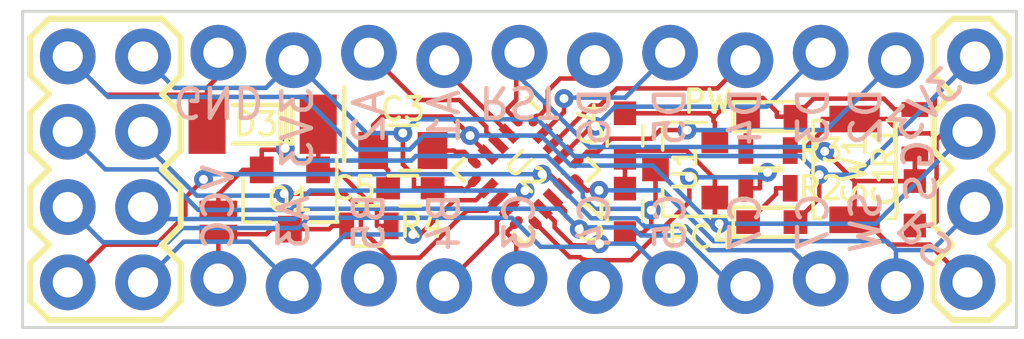
<source format=kicad_pcb>
(kicad_pcb (version 4) (host pcbnew 4.0.6-e0-6349~53~ubuntu16.04.1)

  (general
    (links 61)
    (no_connects 0)
    (area 150.825999 89.865999 184.454001 100.634001)
    (thickness 1.6)
    (drawings 30)
    (tracks 328)
    (zones 0)
    (modules 21)
    (nets 26)
  )

  (page A4)
  (layers
    (0 F.Cu signal)
    (31 B.Cu signal)
    (32 B.Adhes user)
    (33 F.Adhes user)
    (34 B.Paste user)
    (35 F.Paste user)
    (36 B.SilkS user)
    (37 F.SilkS user)
    (38 B.Mask user)
    (39 F.Mask user)
    (40 Dwgs.User user)
    (41 Cmts.User user)
    (42 Eco1.User user)
    (43 Eco2.User user)
    (44 Edge.Cuts user)
    (45 Margin user)
    (46 B.CrtYd user hide)
    (47 F.CrtYd user hide)
    (48 B.Fab user hide)
    (49 F.Fab user hide)
  )

  (setup
    (last_trace_width 0.1524)
    (trace_clearance 0.1524)
    (zone_clearance 0.254)
    (zone_45_only yes)
    (trace_min 0.1524)
    (segment_width 0.2)
    (edge_width 0.1)
    (via_size 0.635)
    (via_drill 0.3)
    (via_min_size 0.635)
    (via_min_drill 0.3)
    (uvia_size 0.3)
    (uvia_drill 0.1)
    (uvias_allowed no)
    (uvia_min_size 0)
    (uvia_min_drill 0)
    (pcb_text_width 0.3)
    (pcb_text_size 1.5 1.5)
    (mod_edge_width 0.15)
    (mod_text_size 0.762 0.762)
    (mod_text_width 0.127)
    (pad_size 1.5 1.5)
    (pad_drill 0.6)
    (pad_to_mask_clearance 0)
    (aux_axis_origin 150.876 100.584)
    (visible_elements FFFEFF7F)
    (pcbplotparams
      (layerselection 0x010f0_80000001)
      (usegerberextensions true)
      (excludeedgelayer true)
      (linewidth 0.100000)
      (plotframeref false)
      (viasonmask false)
      (mode 1)
      (useauxorigin true)
      (hpglpennumber 1)
      (hpglpenspeed 20)
      (hpglpendiameter 15)
      (hpglpenoverlay 2)
      (psnegative false)
      (psa4output false)
      (plotreference true)
      (plotvalue false)
      (plotinvisibletext false)
      (padsonsilk false)
      (subtractmaskfromsilk false)
      (outputformat 1)
      (mirror false)
      (drillshape 0)
      (scaleselection 1)
      (outputdirectory gerber/))
  )

  (net 0 "")
  (net 1 NRST)
  (net 2 GND)
  (net 3 VCC)
  (net 4 PD1/SWIM)
  (net 5 PA1/OSC_IN)
  (net 6 PA2/OSC_OUT)
  (net 7 PA3)
  (net 8 PB5)
  (net 9 PB4)
  (net 10 PD6/RX)
  (net 11 PD5/TX)
  (net 12 PD4)
  (net 13 PD3)
  (net 14 PD2)
  (net 15 PC7)
  (net 16 PC6)
  (net 17 PC5)
  (net 18 "Net-(D1-Pad1)")
  (net 19 PC4)
  (net 20 "Net-(D2-Pad1)")
  (net 21 PC3)
  (net 22 "Net-(C3-Pad1)")
  (net 23 "Net-(C2-Pad1)")
  (net 24 "Net-(D3-Pad1)")
  (net 25 +3V3)

  (net_class Default "This is the default net class."
    (clearance 0.1524)
    (trace_width 0.1524)
    (via_dia 0.635)
    (via_drill 0.3)
    (uvia_dia 0.3)
    (uvia_drill 0.1)
    (add_net +3V3)
    (add_net GND)
    (add_net NRST)
    (add_net "Net-(C2-Pad1)")
    (add_net "Net-(C3-Pad1)")
    (add_net "Net-(D1-Pad1)")
    (add_net "Net-(D2-Pad1)")
    (add_net "Net-(D3-Pad1)")
    (add_net PA1/OSC_IN)
    (add_net PA2/OSC_OUT)
    (add_net PA3)
    (add_net PB4)
    (add_net PB5)
    (add_net PC3)
    (add_net PC4)
    (add_net PC5)
    (add_net PC6)
    (add_net PC7)
    (add_net PD1/SWIM)
    (add_net PD2)
    (add_net PD3)
    (add_net PD4)
    (add_net PD5/TX)
    (add_net PD6/RX)
    (add_net VCC)
  )

  (module MyOwn:UQFN-16_3x3mm_Pitch0.5mm placed (layer F.Cu) (tedit 594DB040) (tstamp 594C4EBC)
    (at 167.848 95.3142 315)
    (descr "16-Lead Ultra Thin Quad Flat, No Lead Package (UC) - 3x3x0.5 mm Body [UQFN]; (see Microchip Packaging Specification 00000049BS.pdf)")
    (tags "QFN 0.5")
    (path /594BD447)
    (attr smd)
    (fp_text reference U2 (at 0 0 315) (layer F.SilkS)
      (effects (font (size 0.762 0.762) (thickness 0.127)))
    )
    (fp_text value STM8S003F3U (at 0 2.9 315) (layer F.Fab)
      (effects (font (size 1 1) (thickness 0.15)))
    )
    (fp_line (start -0.5 -1.5) (end 1.5 -1.5) (layer F.Fab) (width 0.15))
    (fp_line (start 1.5 -1.5) (end 1.5 1.5) (layer F.Fab) (width 0.15))
    (fp_line (start 1.5 1.5) (end -1.5 1.5) (layer F.Fab) (width 0.15))
    (fp_line (start -1.5 1.5) (end -1.5 -0.5) (layer F.Fab) (width 0.15))
    (fp_line (start -1.5 -0.5) (end -0.5 -1.5) (layer F.Fab) (width 0.15))
    (fp_line (start -2.15 -2.15) (end -2.15 2.15) (layer F.CrtYd) (width 0.05))
    (fp_line (start 2.15 -2.15) (end 2.15 2.15) (layer F.CrtYd) (width 0.05))
    (fp_line (start -2.15 -2.15) (end 2.15 -2.15) (layer F.CrtYd) (width 0.05))
    (fp_line (start -2.15 2.15) (end 2.15 2.15) (layer F.CrtYd) (width 0.05))
    (fp_line (start 1.7135 -1.777) (end 1.7135 -1.252) (layer F.SilkS) (width 0.15))
    (fp_line (start -1.777 1.7135) (end -1.777 1.1885) (layer F.SilkS) (width 0.15))
    (fp_line (start 1.7135 1.777) (end 1.7135 1.252) (layer F.SilkS) (width 0.15))
    (fp_line (start -1.7135 -1.777) (end -1.1885 -1.777) (layer F.SilkS) (width 0.15))
    (fp_line (start -1.777 1.7135) (end -1.252 1.7135) (layer F.SilkS) (width 0.15))
    (fp_line (start 1.7135 1.777) (end 1.1885 1.777) (layer F.SilkS) (width 0.15))
    (fp_line (start 1.7135 -1.777) (end 1.1885 -1.777) (layer F.SilkS) (width 0.15))
    (pad 1 smd oval (at -1.45 -1 315) (size 0.5 0.3) (layers F.Cu F.Paste F.Mask)
      (net 1 NRST))
    (pad 4 smd rect (at -1.3 0.5 315) (size 0.7 0.3) (layers F.Cu F.Paste F.Mask)
      (net 2 GND))
    (pad 8 smd rect (at 0 1.3 45) (size 0.7 0.3) (layers F.Cu F.Paste F.Mask)
      (net 8 PB5))
    (pad 3 smd rect (at -1.3 0 315) (size 0.7 0.3) (layers F.Cu F.Paste F.Mask)
      (net 6 PA2/OSC_OUT))
    (pad 7 smd rect (at -0.5 1.3 45) (size 0.7 0.3) (layers F.Cu F.Paste F.Mask)
      (net 7 PA3))
    (pad 17 smd rect (at 0.5 -1.3 45) (size 0.7 0.3) (layers F.Cu F.Paste F.Mask)
      (net 13 PD3))
    (pad 9 smd rect (at 0.5 1.3 45) (size 0.7 0.3) (layers F.Cu F.Paste F.Mask)
      (net 9 PB4))
    (pad 18 smd rect (at 0 -1.3 45) (size 0.7 0.3) (layers F.Cu F.Paste F.Mask)
      (net 12 PD4))
    (pad 19 smd rect (at -0.5 -1.3 45) (size 0.7 0.3) (layers F.Cu F.Paste F.Mask)
      (net 11 PD5/TX))
    (pad 13 smd rect (at 1.3 0 315) (size 0.7 0.3) (layers F.Cu F.Paste F.Mask)
      (net 16 PC6))
    (pad 12 smd rect (at 1.3 0.5 315) (size 0.7 0.3) (layers F.Cu F.Paste F.Mask)
      (net 17 PC5))
    (pad 14 smd rect (at 1.3 -0.5 315) (size 0.7 0.3) (layers F.Cu F.Paste F.Mask)
      (net 15 PC7))
    (pad 2 smd rect (at -1.3 -0.5 315) (size 0.7 0.3) (layers F.Cu F.Paste F.Mask)
      (net 5 PA1/OSC_IN))
    (pad 5 smd oval (at -1.45 1 315) (size 0.5 0.3) (layers F.Cu F.Paste F.Mask)
      (net 22 "Net-(C3-Pad1)"))
    (pad 20 smd oval (at -1 -1.45 45) (size 0.5 0.3) (layers F.Cu F.Paste F.Mask)
      (net 10 PD6/RX))
    (pad 6 smd oval (at -1 1.45 45) (size 0.5 0.3) (layers F.Cu F.Paste F.Mask)
      (net 25 +3V3))
    (pad 15 smd oval (at 1.45 -1 315) (size 0.5 0.3) (layers F.Cu F.Paste F.Mask)
      (net 4 PD1/SWIM))
    (pad 11 smd oval (at 1.45 1 315) (size 0.5 0.3) (layers F.Cu F.Paste F.Mask)
      (net 19 PC4))
    (pad 10 smd oval (at 1 1.45 45) (size 0.5 0.3) (layers F.Cu F.Paste F.Mask)
      (net 21 PC3))
    (pad 16 smd oval (at 1 -1.45 45) (size 0.5 0.3) (layers F.Cu F.Paste F.Mask)
      (net 14 PD2))
    (model Housings_DFN_QFN.3dshapes/UQFN-16-1EP_3x3mm_Pitch0.5mm.wrl
      (at (xyz 0 0 0))
      (scale (xyz 1 1 1))
      (rotate (xyz 0 0 0))
    )
  )

  (module SparkFun-Connectors:2X4 (layer F.Cu) (tedit 594DF0EC) (tstamp 594C4E77)
    (at 153.67 95.25 270)
    (descr "<h3>Plated Through Hole - 2x4</h3>\n<p>Specifications:\n<ul><li>Pin count:8</li>\n<li>Pin pitch:0.1\"</li>\n</ul></p>\n<p>Example device(s):\n<ul><li>CONN_04x2</li>\n</ul></p>")
    (path /594CF3EE)
    (fp_text reference J2 (at -5.715 -3.175 270) (layer F.SilkS) hide
      (effects (font (size 0.762 0.762) (thickness 0.127)) (justify left bottom))
    )
    (fp_text value CONN_02X04 (at -5.08 3.683 270) (layer F.SilkS) hide
      (effects (font (size 0.57912 0.57912) (thickness 0.12192)) (justify left bottom))
    )
    (fp_line (start -5.08 1.905) (end -4.445 2.54) (layer F.SilkS) (width 0.2032))
    (fp_line (start -3.175 2.54) (end -2.54 1.905) (layer F.SilkS) (width 0.2032))
    (fp_line (start -2.54 1.905) (end -1.905 2.54) (layer F.SilkS) (width 0.2032))
    (fp_line (start -0.635 2.54) (end 0 1.905) (layer F.SilkS) (width 0.2032))
    (fp_line (start 0 1.905) (end 0.635 2.54) (layer F.SilkS) (width 0.2032))
    (fp_line (start 1.905 2.54) (end 2.54 1.905) (layer F.SilkS) (width 0.2032))
    (fp_line (start 2.54 1.905) (end 3.175 2.54) (layer F.SilkS) (width 0.2032))
    (fp_line (start 4.445 2.54) (end 5.08 1.905) (layer F.SilkS) (width 0.2032))
    (fp_line (start -5.08 1.905) (end -5.08 -1.905) (layer F.SilkS) (width 0.2032))
    (fp_line (start -5.08 -1.905) (end -4.445 -2.54) (layer F.SilkS) (width 0.2032))
    (fp_line (start -4.445 -2.54) (end -3.175 -2.54) (layer F.SilkS) (width 0.2032))
    (fp_line (start -3.175 -2.54) (end -2.54 -1.905) (layer F.SilkS) (width 0.2032))
    (fp_line (start -2.54 -1.905) (end -1.905 -2.54) (layer F.SilkS) (width 0.2032))
    (fp_line (start -1.905 -2.54) (end -0.635 -2.54) (layer F.SilkS) (width 0.2032))
    (fp_line (start -0.635 -2.54) (end 0 -1.905) (layer F.SilkS) (width 0.2032))
    (fp_line (start 0 -1.905) (end 0.635 -2.54) (layer F.SilkS) (width 0.2032))
    (fp_line (start 0.635 -2.54) (end 1.905 -2.54) (layer F.SilkS) (width 0.2032))
    (fp_line (start 1.905 -2.54) (end 2.54 -1.905) (layer F.SilkS) (width 0.2032))
    (fp_line (start 2.54 -1.905) (end 3.175 -2.54) (layer F.SilkS) (width 0.2032))
    (fp_line (start 3.175 -2.54) (end 4.445 -2.54) (layer F.SilkS) (width 0.2032))
    (fp_line (start 4.445 -2.54) (end 5.08 -1.905) (layer F.SilkS) (width 0.2032))
    (fp_line (start 5.08 -1.905) (end 5.08 1.905) (layer F.SilkS) (width 0.2032))
    (fp_line (start 3.175 2.54) (end 4.445 2.54) (layer F.SilkS) (width 0.2032))
    (fp_line (start 0.635 2.54) (end 1.905 2.54) (layer F.SilkS) (width 0.2032))
    (fp_line (start -1.905 2.54) (end -0.635 2.54) (layer F.SilkS) (width 0.2032))
    (fp_line (start -4.445 2.54) (end -3.175 2.54) (layer F.SilkS) (width 0.2032))
    (fp_poly (pts (xy -4.064 1.524) (xy -3.556 1.524) (xy -3.556 1.016) (xy -4.064 1.016)) (layer Dwgs.User) (width 0))
    (fp_poly (pts (xy -4.064 -1.016) (xy -3.556 -1.016) (xy -3.556 -1.524) (xy -4.064 -1.524)) (layer Dwgs.User) (width 0))
    (fp_poly (pts (xy -1.524 -1.016) (xy -1.016 -1.016) (xy -1.016 -1.524) (xy -1.524 -1.524)) (layer Dwgs.User) (width 0))
    (fp_poly (pts (xy -1.524 1.524) (xy -1.016 1.524) (xy -1.016 1.016) (xy -1.524 1.016)) (layer Dwgs.User) (width 0))
    (fp_poly (pts (xy 1.016 -1.016) (xy 1.524 -1.016) (xy 1.524 -1.524) (xy 1.016 -1.524)) (layer Dwgs.User) (width 0))
    (fp_poly (pts (xy 1.016 1.524) (xy 1.524 1.524) (xy 1.524 1.016) (xy 1.016 1.016)) (layer Dwgs.User) (width 0))
    (fp_poly (pts (xy 3.556 -1.016) (xy 4.064 -1.016) (xy 4.064 -1.524) (xy 3.556 -1.524)) (layer Dwgs.User) (width 0))
    (fp_poly (pts (xy 3.556 1.524) (xy 4.064 1.524) (xy 4.064 1.016) (xy 3.556 1.016)) (layer Dwgs.User) (width 0))
    (fp_line (start -5.08 1.905) (end -4.445 2.54) (layer F.SilkS) (width 0.2032))
    (fp_line (start -5.08 1.905) (end -5.08 -1.905) (layer F.SilkS) (width 0.2032))
    (fp_line (start -5.08 -1.905) (end -4.445 -2.54) (layer F.SilkS) (width 0.2032))
    (pad 1 thru_hole circle (at -3.81 1.27 270) (size 1.8796 1.8796) (drill 1.016) (layers *.Cu *.Mask)
      (net 2 GND))
    (pad 2 thru_hole circle (at -3.81 -1.27 270) (size 1.8796 1.8796) (drill 1.016) (layers *.Cu *.Mask)
      (net 25 +3V3))
    (pad 3 thru_hole circle (at -1.27 1.27 270) (size 1.8796 1.8796) (drill 1.016) (layers *.Cu *.Mask)
      (net 9 PB4))
    (pad 4 thru_hole circle (at -1.27 -1.27 270) (size 1.8796 1.8796) (drill 1.016) (layers *.Cu *.Mask)
      (net 8 PB5))
    (pad 5 thru_hole circle (at 1.27 1.27 270) (size 1.8796 1.8796) (drill 1.016) (layers *.Cu *.Mask)
      (net 17 PC5))
    (pad 6 thru_hole circle (at 1.27 -1.27 270) (size 1.8796 1.8796) (drill 1.016) (layers *.Cu *.Mask)
      (net 16 PC6))
    (pad 7 thru_hole circle (at 3.81 1.27 270) (size 1.8796 1.8796) (drill 1.016) (layers *.Cu *.Mask)
      (net 15 PC7))
    (pad 8 thru_hole circle (at 3.81 -1.27 270) (size 1.8796 1.8796) (drill 1.016) (layers *.Cu *.Mask)
      (net 7 PA3))
  )

  (module SparkFun-Connectors:1X04_LOCK (layer F.Cu) (tedit 594DF035) (tstamp 594C4E51)
    (at 182.88 99.06 90)
    (descr "<h3>Plated Through Hole - 4 Pin Locking Footprint</h3>\nPins are offset 0.005\" from center to lock pins in place during soldering. \n<p>Specifications:\n<ul><li>Pin count:4</li>\n<li>Pin pitch:0.1\"</li>\n</ul></p>\n<p>Example device(s):\n<ul><li>CONN_04</li>\n</ul></p>")
    (path /594C93C6)
    (fp_text reference J1 (at -1.27 -1.397 90) (layer F.SilkS) hide
      (effects (font (size 0.762 0.762) (thickness 0.127)) (justify left bottom))
    )
    (fp_text value CONN_01X04 (at -1.27 2.032 90) (layer F.SilkS) hide
      (effects (font (size 0.57912 0.57912) (thickness 0.12192)) (justify left bottom))
    )
    (fp_line (start 6.985 -1.27) (end 8.255 -1.27) (layer F.SilkS) (width 0.2032))
    (fp_line (start 8.255 -1.27) (end 8.89 -0.635) (layer F.SilkS) (width 0.2032))
    (fp_line (start 8.89 0.635) (end 8.255 1.27) (layer F.SilkS) (width 0.2032))
    (fp_line (start 3.81 -0.635) (end 4.445 -1.27) (layer F.SilkS) (width 0.2032))
    (fp_line (start 4.445 -1.27) (end 5.715 -1.27) (layer F.SilkS) (width 0.2032))
    (fp_line (start 5.715 -1.27) (end 6.35 -0.635) (layer F.SilkS) (width 0.2032))
    (fp_line (start 6.35 0.635) (end 5.715 1.27) (layer F.SilkS) (width 0.2032))
    (fp_line (start 5.715 1.27) (end 4.445 1.27) (layer F.SilkS) (width 0.2032))
    (fp_line (start 4.445 1.27) (end 3.81 0.635) (layer F.SilkS) (width 0.2032))
    (fp_line (start 6.985 -1.27) (end 6.35 -0.635) (layer F.SilkS) (width 0.2032))
    (fp_line (start 6.35 0.635) (end 6.985 1.27) (layer F.SilkS) (width 0.2032))
    (fp_line (start 8.255 1.27) (end 6.985 1.27) (layer F.SilkS) (width 0.2032))
    (fp_line (start -0.635 -1.27) (end 0.635 -1.27) (layer F.SilkS) (width 0.2032))
    (fp_line (start 0.635 -1.27) (end 1.27 -0.635) (layer F.SilkS) (width 0.2032))
    (fp_line (start 1.27 0.635) (end 0.635 1.27) (layer F.SilkS) (width 0.2032))
    (fp_line (start 1.27 -0.635) (end 1.905 -1.27) (layer F.SilkS) (width 0.2032))
    (fp_line (start 1.905 -1.27) (end 3.175 -1.27) (layer F.SilkS) (width 0.2032))
    (fp_line (start 3.175 -1.27) (end 3.81 -0.635) (layer F.SilkS) (width 0.2032))
    (fp_line (start 3.81 0.635) (end 3.175 1.27) (layer F.SilkS) (width 0.2032))
    (fp_line (start 3.175 1.27) (end 1.905 1.27) (layer F.SilkS) (width 0.2032))
    (fp_line (start 1.905 1.27) (end 1.27 0.635) (layer F.SilkS) (width 0.2032))
    (fp_line (start -1.27 -0.635) (end -1.27 0.635) (layer F.SilkS) (width 0.2032))
    (fp_line (start -0.635 -1.27) (end -1.27 -0.635) (layer F.SilkS) (width 0.2032))
    (fp_line (start -1.27 0.635) (end -0.635 1.27) (layer F.SilkS) (width 0.2032))
    (fp_line (start 0.635 1.27) (end -0.635 1.27) (layer F.SilkS) (width 0.2032))
    (fp_line (start 8.89 -0.635) (end 8.89 0.635) (layer F.SilkS) (width 0.2032))
    (fp_poly (pts (xy 7.366 0.254) (xy 7.874 0.254) (xy 7.874 -0.254) (xy 7.366 -0.254)) (layer Dwgs.User) (width 0))
    (fp_poly (pts (xy 4.826 0.254) (xy 5.334 0.254) (xy 5.334 -0.254) (xy 4.826 -0.254)) (layer Dwgs.User) (width 0))
    (fp_poly (pts (xy 2.286 0.254) (xy 2.794 0.254) (xy 2.794 -0.254) (xy 2.286 -0.254)) (layer Dwgs.User) (width 0))
    (fp_poly (pts (xy -0.254 0.254) (xy 0.254 0.254) (xy 0.254 -0.254) (xy -0.254 -0.254)) (layer Dwgs.User) (width 0))
    (pad 1 thru_hole circle (at 0 -0.127 180) (size 1.8796 1.8796) (drill 1.016) (layers *.Cu *.Mask)
      (net 1 NRST))
    (pad 2 thru_hole circle (at 2.54 0.127 180) (size 1.8796 1.8796) (drill 1.016) (layers *.Cu *.Mask)
      (net 4 PD1/SWIM))
    (pad 3 thru_hole circle (at 5.08 -0.127 180) (size 1.8796 1.8796) (drill 1.016) (layers *.Cu *.Mask)
      (net 2 GND))
    (pad 4 thru_hole circle (at 7.62 0.127 180) (size 1.8796 1.8796) (drill 1.016) (layers *.Cu *.Mask)
      (net 25 +3V3))
  )

  (module Buttons_Switches_SMD:SW_SPST_B3U-1000P (layer F.Cu) (tedit 594DAFE8) (tstamp 594C4E9C)
    (at 178.943 95.25 90)
    (descr "Ultra-small-sized Tactile Switch with High Contact Reliability, Top-actuated Model, without Ground Terminal, without Boss")
    (tags "Tactile Switch")
    (path /56688E99)
    (attr smd)
    (fp_text reference SW1 (at 0 0 90) (layer F.SilkS)
      (effects (font (size 0.762 0.762) (thickness 0.127)))
    )
    (fp_text value SW_PUSH (at 0 2.5 90) (layer F.Fab)
      (effects (font (size 1 1) (thickness 0.15)))
    )
    (fp_text user %R (at 0 -2.5 90) (layer F.Fab)
      (effects (font (size 1 1) (thickness 0.15)))
    )
    (fp_line (start -2.4 1.65) (end 2.4 1.65) (layer F.CrtYd) (width 0.05))
    (fp_line (start 2.4 1.65) (end 2.4 -1.65) (layer F.CrtYd) (width 0.05))
    (fp_line (start 2.4 -1.65) (end -2.4 -1.65) (layer F.CrtYd) (width 0.05))
    (fp_line (start -2.4 -1.65) (end -2.4 1.65) (layer F.CrtYd) (width 0.05))
    (fp_line (start -1.65 1.1) (end -1.65 1.4) (layer F.SilkS) (width 0.12))
    (fp_line (start -1.65 1.4) (end 1.65 1.4) (layer F.SilkS) (width 0.12))
    (fp_line (start 1.65 1.4) (end 1.65 1.1) (layer F.SilkS) (width 0.12))
    (fp_line (start -1.65 -1.1) (end -1.65 -1.4) (layer F.SilkS) (width 0.12))
    (fp_line (start -1.65 -1.4) (end 1.65 -1.4) (layer F.SilkS) (width 0.12))
    (fp_line (start 1.65 -1.4) (end 1.65 -1.1) (layer F.SilkS) (width 0.12))
    (fp_line (start -1.5 -1.25) (end 1.5 -1.25) (layer F.Fab) (width 0.1))
    (fp_line (start 1.5 -1.25) (end 1.5 1.25) (layer F.Fab) (width 0.1))
    (fp_line (start 1.5 1.25) (end -1.5 1.25) (layer F.Fab) (width 0.1))
    (fp_line (start -1.5 1.25) (end -1.5 -1.25) (layer F.Fab) (width 0.1))
    (fp_circle (center 0 0) (end 0.75 0) (layer F.Fab) (width 0.1))
    (pad 1 smd rect (at -1.7 0 90) (size 0.9 1.7) (layers F.Cu F.Paste F.Mask)
      (net 1 NRST))
    (pad 2 smd rect (at 1.7 0 90) (size 0.9 1.7) (layers F.Cu F.Paste F.Mask)
      (net 2 GND))
  )

  (module SparkFun-Connectors:1X10_LOCK_NS (layer F.Cu) (tedit 594DEFDF) (tstamp 594C4F19)
    (at 157.48 99.06)
    (descr "<h3>Plated Through Hole -10 Pin Locking Footprint - NO SILK</h3>\nHoles are offset 0.005\" to hold pins in place while soldering. \n<p>Specifications:\n<ul><li>Pin count:10</li>\n<li>Pin pitch:0.1\"</li>\n</ul></p>\n<p>Example device(s):\n<ul><li>CONN_10</li>\n</ul></p>")
    (path /594C52A9)
    (fp_text reference J3 (at -1.016 -1.524) (layer F.SilkS) hide
      (effects (font (size 0.762 0.762) (thickness 0.127)) (justify left bottom))
    )
    (fp_text value CONN_01X10 (at -1.016 2.159) (layer F.SilkS) hide
      (effects (font (size 0.57912 0.57912) (thickness 0.12192)) (justify left bottom))
    )
    (fp_poly (pts (xy 14.986 0.254) (xy 15.494 0.254) (xy 15.494 -0.254) (xy 14.986 -0.254)) (layer Dwgs.User) (width 0))
    (fp_poly (pts (xy 12.446 0.254) (xy 12.954 0.254) (xy 12.954 -0.254) (xy 12.446 -0.254)) (layer Dwgs.User) (width 0))
    (fp_poly (pts (xy 9.906 0.254) (xy 10.414 0.254) (xy 10.414 -0.254) (xy 9.906 -0.254)) (layer Dwgs.User) (width 0))
    (fp_poly (pts (xy 7.366 0.254) (xy 7.874 0.254) (xy 7.874 -0.254) (xy 7.366 -0.254)) (layer Dwgs.User) (width 0))
    (fp_poly (pts (xy 4.826 0.254) (xy 5.334 0.254) (xy 5.334 -0.254) (xy 4.826 -0.254)) (layer Dwgs.User) (width 0))
    (fp_poly (pts (xy 2.286 0.254) (xy 2.794 0.254) (xy 2.794 -0.254) (xy 2.286 -0.254)) (layer Dwgs.User) (width 0))
    (fp_poly (pts (xy -0.254 0.254) (xy 0.254 0.254) (xy 0.254 -0.254) (xy -0.254 -0.254)) (layer Dwgs.User) (width 0))
    (fp_poly (pts (xy 17.526 0.254) (xy 18.034 0.254) (xy 18.034 -0.254) (xy 17.526 -0.254)) (layer Dwgs.User) (width 0))
    (fp_poly (pts (xy 20.066 0.254) (xy 20.574 0.254) (xy 20.574 -0.254) (xy 20.066 -0.254)) (layer Dwgs.User) (width 0))
    (fp_poly (pts (xy 22.606 0.254) (xy 23.114 0.254) (xy 23.114 -0.254) (xy 22.606 -0.254)) (layer Dwgs.User) (width 0))
    (fp_line (start -1.27 -1.27) (end 24.13 -1.27) (layer Dwgs.User) (width 0.127))
    (fp_line (start -1.27 -1.27) (end -1.27 1.27) (layer Dwgs.User) (width 0.127))
    (fp_line (start -1.27 1.27) (end 24.13 1.27) (layer Dwgs.User) (width 0.127))
    (fp_line (start 24.13 1.27) (end 24.13 -1.27) (layer Dwgs.User) (width 0.127))
    (pad 1 thru_hole circle (at 0 -0.127 90) (size 1.8796 1.8796) (drill 1.016) (layers *.Cu *.Mask)
      (net 3 VCC))
    (pad 2 thru_hole circle (at 2.54 0.127 90) (size 1.8796 1.8796) (drill 1.016) (layers *.Cu *.Mask)
      (net 7 PA3))
    (pad 3 thru_hole circle (at 5.08 -0.127 90) (size 1.8796 1.8796) (drill 1.016) (layers *.Cu *.Mask)
      (net 8 PB5))
    (pad 4 thru_hole circle (at 7.62 0.127 90) (size 1.8796 1.8796) (drill 1.016) (layers *.Cu *.Mask)
      (net 9 PB4))
    (pad 5 thru_hole circle (at 10.16 -0.127 90) (size 1.8796 1.8796) (drill 1.016) (layers *.Cu *.Mask)
      (net 21 PC3))
    (pad 6 thru_hole circle (at 12.7 0.127 90) (size 1.8796 1.8796) (drill 1.016) (layers *.Cu *.Mask)
      (net 19 PC4))
    (pad 7 thru_hole circle (at 15.24 -0.127 90) (size 1.8796 1.8796) (drill 1.016) (layers *.Cu *.Mask)
      (net 17 PC5))
    (pad 8 thru_hole circle (at 17.78 0.127 90) (size 1.8796 1.8796) (drill 1.016) (layers *.Cu *.Mask)
      (net 16 PC6))
    (pad 9 thru_hole circle (at 20.32 -0.127 90) (size 1.8796 1.8796) (drill 1.016) (layers *.Cu *.Mask)
      (net 15 PC7))
    (pad 10 thru_hole circle (at 22.86 0.127 90) (size 1.8796 1.8796) (drill 1.016) (layers *.Cu *.Mask)
      (net 4 PD1/SWIM))
  )

  (module SparkFun-Connectors:1X10_LOCK_NS (layer F.Cu) (tedit 594DEFE9) (tstamp 594C4F26)
    (at 157.48 91.44)
    (descr "<h3>Plated Through Hole -10 Pin Locking Footprint - NO SILK</h3>\nHoles are offset 0.005\" to hold pins in place while soldering. \n<p>Specifications:\n<ul><li>Pin count:10</li>\n<li>Pin pitch:0.1\"</li>\n</ul></p>\n<p>Example device(s):\n<ul><li>CONN_10</li>\n</ul></p>")
    (path /594C5988)
    (fp_text reference J4 (at -1.016 -1.524) (layer F.SilkS) hide
      (effects (font (size 0.762 0.762) (thickness 0.127)) (justify left bottom))
    )
    (fp_text value CONN_01X10 (at -1.016 2.159) (layer F.SilkS) hide
      (effects (font (size 0.57912 0.57912) (thickness 0.12192)) (justify left bottom))
    )
    (fp_poly (pts (xy 14.986 0.254) (xy 15.494 0.254) (xy 15.494 -0.254) (xy 14.986 -0.254)) (layer Dwgs.User) (width 0))
    (fp_poly (pts (xy 12.446 0.254) (xy 12.954 0.254) (xy 12.954 -0.254) (xy 12.446 -0.254)) (layer Dwgs.User) (width 0))
    (fp_poly (pts (xy 9.906 0.254) (xy 10.414 0.254) (xy 10.414 -0.254) (xy 9.906 -0.254)) (layer Dwgs.User) (width 0))
    (fp_poly (pts (xy 7.366 0.254) (xy 7.874 0.254) (xy 7.874 -0.254) (xy 7.366 -0.254)) (layer Dwgs.User) (width 0))
    (fp_poly (pts (xy 4.826 0.254) (xy 5.334 0.254) (xy 5.334 -0.254) (xy 4.826 -0.254)) (layer Dwgs.User) (width 0))
    (fp_poly (pts (xy 2.286 0.254) (xy 2.794 0.254) (xy 2.794 -0.254) (xy 2.286 -0.254)) (layer Dwgs.User) (width 0))
    (fp_poly (pts (xy -0.254 0.254) (xy 0.254 0.254) (xy 0.254 -0.254) (xy -0.254 -0.254)) (layer Dwgs.User) (width 0))
    (fp_poly (pts (xy 17.526 0.254) (xy 18.034 0.254) (xy 18.034 -0.254) (xy 17.526 -0.254)) (layer Dwgs.User) (width 0))
    (fp_poly (pts (xy 20.066 0.254) (xy 20.574 0.254) (xy 20.574 -0.254) (xy 20.066 -0.254)) (layer Dwgs.User) (width 0))
    (fp_poly (pts (xy 22.606 0.254) (xy 23.114 0.254) (xy 23.114 -0.254) (xy 22.606 -0.254)) (layer Dwgs.User) (width 0))
    (fp_line (start -1.27 -1.27) (end 24.13 -1.27) (layer Dwgs.User) (width 0.127))
    (fp_line (start -1.27 -1.27) (end -1.27 1.27) (layer Dwgs.User) (width 0.127))
    (fp_line (start -1.27 1.27) (end 24.13 1.27) (layer Dwgs.User) (width 0.127))
    (fp_line (start 24.13 1.27) (end 24.13 -1.27) (layer Dwgs.User) (width 0.127))
    (pad 1 thru_hole circle (at 0 -0.127 90) (size 1.8796 1.8796) (drill 1.016) (layers *.Cu *.Mask)
      (net 2 GND))
    (pad 2 thru_hole circle (at 2.54 0.127 90) (size 1.8796 1.8796) (drill 1.016) (layers *.Cu *.Mask)
      (net 25 +3V3))
    (pad 3 thru_hole circle (at 5.08 -0.127 90) (size 1.8796 1.8796) (drill 1.016) (layers *.Cu *.Mask)
      (net 6 PA2/OSC_OUT))
    (pad 4 thru_hole circle (at 7.62 0.127 90) (size 1.8796 1.8796) (drill 1.016) (layers *.Cu *.Mask)
      (net 5 PA1/OSC_IN))
    (pad 5 thru_hole circle (at 10.16 -0.127 90) (size 1.8796 1.8796) (drill 1.016) (layers *.Cu *.Mask)
      (net 1 NRST))
    (pad 6 thru_hole circle (at 12.7 0.127 90) (size 1.8796 1.8796) (drill 1.016) (layers *.Cu *.Mask)
      (net 10 PD6/RX))
    (pad 7 thru_hole circle (at 15.24 -0.127 90) (size 1.8796 1.8796) (drill 1.016) (layers *.Cu *.Mask)
      (net 11 PD5/TX))
    (pad 8 thru_hole circle (at 17.78 0.127 90) (size 1.8796 1.8796) (drill 1.016) (layers *.Cu *.Mask)
      (net 12 PD4))
    (pad 9 thru_hole circle (at 20.32 -0.127 90) (size 1.8796 1.8796) (drill 1.016) (layers *.Cu *.Mask)
      (net 13 PD3))
    (pad 10 thru_hole circle (at 22.86 0.127 90) (size 1.8796 1.8796) (drill 1.016) (layers *.Cu *.Mask)
      (net 14 PD2))
  )

  (module Capacitors_SMD:C_0805 (layer F.Cu) (tedit 594DFDC7) (tstamp 594CB2C5)
    (at 163.703 94.615 180)
    (descr "Capacitor SMD 0805, reflow soldering, AVX (see smccp.pdf)")
    (tags "capacitor 0805")
    (path /56687C7B)
    (attr smd)
    (fp_text reference C3 (at 0 1.397 360) (layer F.SilkS)
      (effects (font (size 0.762 0.762) (thickness 0.127)))
    )
    (fp_text value 1.0uF (at 0 1.75 180) (layer F.Fab)
      (effects (font (size 1 1) (thickness 0.15)))
    )
    (fp_text user %R (at 0 -1.5 180) (layer F.Fab)
      (effects (font (size 1 1) (thickness 0.15)))
    )
    (fp_line (start -1 0.62) (end -1 -0.62) (layer F.Fab) (width 0.1))
    (fp_line (start 1 0.62) (end -1 0.62) (layer F.Fab) (width 0.1))
    (fp_line (start 1 -0.62) (end 1 0.62) (layer F.Fab) (width 0.1))
    (fp_line (start -1 -0.62) (end 1 -0.62) (layer F.Fab) (width 0.1))
    (fp_line (start 0.5 -0.85) (end -0.5 -0.85) (layer F.SilkS) (width 0.12))
    (fp_line (start -0.5 0.85) (end 0.5 0.85) (layer F.SilkS) (width 0.12))
    (fp_line (start -1.75 -0.88) (end 1.75 -0.88) (layer F.CrtYd) (width 0.05))
    (fp_line (start -1.75 -0.88) (end -1.75 0.87) (layer F.CrtYd) (width 0.05))
    (fp_line (start 1.75 0.87) (end 1.75 -0.88) (layer F.CrtYd) (width 0.05))
    (fp_line (start 1.75 0.87) (end -1.75 0.87) (layer F.CrtYd) (width 0.05))
    (pad 1 smd rect (at -1 0 180) (size 1 1.25) (layers F.Cu F.Paste F.Mask)
      (net 22 "Net-(C3-Pad1)"))
    (pad 2 smd rect (at 1 0 180) (size 1 1.25) (layers F.Cu F.Paste F.Mask)
      (net 2 GND))
    (model Capacitors_SMD.3dshapes/C_0805.wrl
      (at (xyz 0 0 0))
      (scale (xyz 1 1 1))
      (rotate (xyz 0 0 0))
    )
  )

  (module LEDs:LED_0603 (layer F.Cu) (tedit 594DB0A4) (tstamp 594CB2ED)
    (at 176.149 97.028)
    (descr "LED 0603 smd package")
    (tags "LED led 0603 SMD smd SMT smt smdled SMDLED smtled SMTLED")
    (path /5668568B)
    (attr smd)
    (fp_text reference D1 (at -2.032 0) (layer F.SilkS) hide
      (effects (font (size 0.762 0.762) (thickness 0.127)))
    )
    (fp_text value BLUE (at 0 1.35) (layer F.Fab)
      (effects (font (size 1 1) (thickness 0.15)))
    )
    (fp_line (start -1.3 -0.5) (end -1.3 0.5) (layer F.SilkS) (width 0.12))
    (fp_line (start -0.2 -0.2) (end -0.2 0.2) (layer F.Fab) (width 0.1))
    (fp_line (start -0.15 0) (end 0.15 -0.2) (layer F.Fab) (width 0.1))
    (fp_line (start 0.15 0.2) (end -0.15 0) (layer F.Fab) (width 0.1))
    (fp_line (start 0.15 -0.2) (end 0.15 0.2) (layer F.Fab) (width 0.1))
    (fp_line (start 0.8 0.4) (end -0.8 0.4) (layer F.Fab) (width 0.1))
    (fp_line (start 0.8 -0.4) (end 0.8 0.4) (layer F.Fab) (width 0.1))
    (fp_line (start -0.8 -0.4) (end 0.8 -0.4) (layer F.Fab) (width 0.1))
    (fp_line (start -0.8 0.4) (end -0.8 -0.4) (layer F.Fab) (width 0.1))
    (fp_line (start -1.3 0.5) (end 0.8 0.5) (layer F.SilkS) (width 0.12))
    (fp_line (start -1.3 -0.5) (end 0.8 -0.5) (layer F.SilkS) (width 0.12))
    (fp_line (start 1.45 -0.65) (end 1.45 0.65) (layer F.CrtYd) (width 0.05))
    (fp_line (start 1.45 0.65) (end -1.45 0.65) (layer F.CrtYd) (width 0.05))
    (fp_line (start -1.45 0.65) (end -1.45 -0.65) (layer F.CrtYd) (width 0.05))
    (fp_line (start -1.45 -0.65) (end 1.45 -0.65) (layer F.CrtYd) (width 0.05))
    (pad 2 smd rect (at 0.8 0 180) (size 0.8 0.8) (layers F.Cu F.Paste F.Mask)
      (net 25 +3V3))
    (pad 1 smd rect (at -0.8 0 180) (size 0.8 0.8) (layers F.Cu F.Paste F.Mask)
      (net 18 "Net-(D1-Pad1)"))
    (model LEDs.3dshapes/LED_0603.wrl
      (at (xyz 0 0 0))
      (scale (xyz 1 1 1))
      (rotate (xyz 0 0 180))
    )
  )

  (module LEDs:LED_0603 (layer F.Cu) (tedit 594DB0A0) (tstamp 594CB3AD)
    (at 176.149 93.472)
    (descr "LED 0603 smd package")
    (tags "LED led 0603 SMD smd SMT smt smdled SMDLED smtled SMTLED")
    (path /56685184)
    (attr smd)
    (fp_text reference D2 (at -2.032 0) (layer F.SilkS) hide
      (effects (font (size 0.762 0.762) (thickness 0.127)))
    )
    (fp_text value RED (at 0 1.35) (layer F.Fab)
      (effects (font (size 1 1) (thickness 0.15)))
    )
    (fp_line (start -1.3 -0.5) (end -1.3 0.5) (layer F.SilkS) (width 0.12))
    (fp_line (start -0.2 -0.2) (end -0.2 0.2) (layer F.Fab) (width 0.1))
    (fp_line (start -0.15 0) (end 0.15 -0.2) (layer F.Fab) (width 0.1))
    (fp_line (start 0.15 0.2) (end -0.15 0) (layer F.Fab) (width 0.1))
    (fp_line (start 0.15 -0.2) (end 0.15 0.2) (layer F.Fab) (width 0.1))
    (fp_line (start 0.8 0.4) (end -0.8 0.4) (layer F.Fab) (width 0.1))
    (fp_line (start 0.8 -0.4) (end 0.8 0.4) (layer F.Fab) (width 0.1))
    (fp_line (start -0.8 -0.4) (end 0.8 -0.4) (layer F.Fab) (width 0.1))
    (fp_line (start -0.8 0.4) (end -0.8 -0.4) (layer F.Fab) (width 0.1))
    (fp_line (start -1.3 0.5) (end 0.8 0.5) (layer F.SilkS) (width 0.12))
    (fp_line (start -1.3 -0.5) (end 0.8 -0.5) (layer F.SilkS) (width 0.12))
    (fp_line (start 1.45 -0.65) (end 1.45 0.65) (layer F.CrtYd) (width 0.05))
    (fp_line (start 1.45 0.65) (end -1.45 0.65) (layer F.CrtYd) (width 0.05))
    (fp_line (start -1.45 0.65) (end -1.45 -0.65) (layer F.CrtYd) (width 0.05))
    (fp_line (start -1.45 -0.65) (end 1.45 -0.65) (layer F.CrtYd) (width 0.05))
    (pad 2 smd rect (at 0.8 0 180) (size 0.8 0.8) (layers F.Cu F.Paste F.Mask)
      (net 25 +3V3))
    (pad 1 smd rect (at -0.8 0 180) (size 0.8 0.8) (layers F.Cu F.Paste F.Mask)
      (net 20 "Net-(D2-Pad1)"))
    (model LEDs.3dshapes/LED_0603.wrl
      (at (xyz 0 0 0))
      (scale (xyz 1 1 1))
      (rotate (xyz 0 0 180))
    )
  )

  (module Capacitors_SMD:C_0603 (layer F.Cu) (tedit 594DFD51) (tstamp 594DFB56)
    (at 180.975 96.393 270)
    (descr "Capacitor SMD 0603, reflow soldering, AVX (see smccp.pdf)")
    (tags "capacitor 0603")
    (path /56683285)
    (attr smd)
    (fp_text reference C1 (at -0.635 1.016 270) (layer F.SilkS)
      (effects (font (size 0.762 0.762) (thickness 0.127)))
    )
    (fp_text value 0.1uF (at 0 1.5 270) (layer F.Fab)
      (effects (font (size 1 1) (thickness 0.15)))
    )
    (fp_text user %R (at 0 -1.5 270) (layer F.Fab)
      (effects (font (size 1 1) (thickness 0.15)))
    )
    (fp_line (start -0.8 0.4) (end -0.8 -0.4) (layer F.Fab) (width 0.1))
    (fp_line (start 0.8 0.4) (end -0.8 0.4) (layer F.Fab) (width 0.1))
    (fp_line (start 0.8 -0.4) (end 0.8 0.4) (layer F.Fab) (width 0.1))
    (fp_line (start -0.8 -0.4) (end 0.8 -0.4) (layer F.Fab) (width 0.1))
    (fp_line (start -0.35 -0.6) (end 0.35 -0.6) (layer F.SilkS) (width 0.12))
    (fp_line (start 0.35 0.6) (end -0.35 0.6) (layer F.SilkS) (width 0.12))
    (fp_line (start -1.4 -0.65) (end 1.4 -0.65) (layer F.CrtYd) (width 0.05))
    (fp_line (start -1.4 -0.65) (end -1.4 0.65) (layer F.CrtYd) (width 0.05))
    (fp_line (start 1.4 0.65) (end 1.4 -0.65) (layer F.CrtYd) (width 0.05))
    (fp_line (start 1.4 0.65) (end -1.4 0.65) (layer F.CrtYd) (width 0.05))
    (pad 1 smd rect (at -0.75 0 270) (size 0.8 0.75) (layers F.Cu F.Paste F.Mask)
      (net 1 NRST))
    (pad 2 smd rect (at 0.75 0 270) (size 0.8 0.75) (layers F.Cu F.Paste F.Mask)
      (net 2 GND))
    (model Capacitors_SMD.3dshapes/C_0603.wrl
      (at (xyz 0 0 0))
      (scale (xyz 1 1 1))
      (rotate (xyz 0 0 0))
    )
  )

  (module Capacitors_SMD:C_0603 (layer F.Cu) (tedit 594DFD68) (tstamp 594DFB5B)
    (at 171.196 96.647 90)
    (descr "Capacitor SMD 0603, reflow soldering, AVX (see smccp.pdf)")
    (tags "capacitor 0603")
    (path /56691588)
    (attr smd)
    (fp_text reference C2 (at -0.381 -1.143 90) (layer F.SilkS)
      (effects (font (size 0.762 0.762) (thickness 0.127)))
    )
    (fp_text value 1uF (at 0 1.5 90) (layer F.Fab)
      (effects (font (size 1 1) (thickness 0.15)))
    )
    (fp_text user %R (at 0 -1.5 90) (layer F.Fab)
      (effects (font (size 1 1) (thickness 0.15)))
    )
    (fp_line (start -0.8 0.4) (end -0.8 -0.4) (layer F.Fab) (width 0.1))
    (fp_line (start 0.8 0.4) (end -0.8 0.4) (layer F.Fab) (width 0.1))
    (fp_line (start 0.8 -0.4) (end 0.8 0.4) (layer F.Fab) (width 0.1))
    (fp_line (start -0.8 -0.4) (end 0.8 -0.4) (layer F.Fab) (width 0.1))
    (fp_line (start -0.35 -0.6) (end 0.35 -0.6) (layer F.SilkS) (width 0.12))
    (fp_line (start 0.35 0.6) (end -0.35 0.6) (layer F.SilkS) (width 0.12))
    (fp_line (start -1.4 -0.65) (end 1.4 -0.65) (layer F.CrtYd) (width 0.05))
    (fp_line (start -1.4 -0.65) (end -1.4 0.65) (layer F.CrtYd) (width 0.05))
    (fp_line (start 1.4 0.65) (end 1.4 -0.65) (layer F.CrtYd) (width 0.05))
    (fp_line (start 1.4 0.65) (end -1.4 0.65) (layer F.CrtYd) (width 0.05))
    (pad 1 smd rect (at -0.75 0 90) (size 0.8 0.75) (layers F.Cu F.Paste F.Mask)
      (net 23 "Net-(C2-Pad1)"))
    (pad 2 smd rect (at 0.75 0 90) (size 0.8 0.75) (layers F.Cu F.Paste F.Mask)
      (net 2 GND))
    (model Capacitors_SMD.3dshapes/C_0603.wrl
      (at (xyz 0 0 0))
      (scale (xyz 1 1 1))
      (rotate (xyz 0 0 0))
    )
  )

  (module Capacitors_SMD:C_0603 (layer F.Cu) (tedit 594DFDE9) (tstamp 594DFB60)
    (at 171.196 94.107 270)
    (descr "Capacitor SMD 0603, reflow soldering, AVX (see smccp.pdf)")
    (tags "capacitor 0603")
    (path /56691521)
    (attr smd)
    (fp_text reference C4 (at -0.381 1.143 270) (layer F.SilkS)
      (effects (font (size 0.762 0.762) (thickness 0.127)))
    )
    (fp_text value 1uF (at 0 1.5 270) (layer F.Fab)
      (effects (font (size 1 1) (thickness 0.15)))
    )
    (fp_text user %R (at 0 -1.5 270) (layer F.Fab)
      (effects (font (size 1 1) (thickness 0.15)))
    )
    (fp_line (start -0.8 0.4) (end -0.8 -0.4) (layer F.Fab) (width 0.1))
    (fp_line (start 0.8 0.4) (end -0.8 0.4) (layer F.Fab) (width 0.1))
    (fp_line (start 0.8 -0.4) (end 0.8 0.4) (layer F.Fab) (width 0.1))
    (fp_line (start -0.8 -0.4) (end 0.8 -0.4) (layer F.Fab) (width 0.1))
    (fp_line (start -0.35 -0.6) (end 0.35 -0.6) (layer F.SilkS) (width 0.12))
    (fp_line (start 0.35 0.6) (end -0.35 0.6) (layer F.SilkS) (width 0.12))
    (fp_line (start -1.4 -0.65) (end 1.4 -0.65) (layer F.CrtYd) (width 0.05))
    (fp_line (start -1.4 -0.65) (end -1.4 0.65) (layer F.CrtYd) (width 0.05))
    (fp_line (start 1.4 0.65) (end 1.4 -0.65) (layer F.CrtYd) (width 0.05))
    (fp_line (start 1.4 0.65) (end -1.4 0.65) (layer F.CrtYd) (width 0.05))
    (pad 1 smd rect (at -0.75 0 270) (size 0.8 0.75) (layers F.Cu F.Paste F.Mask)
      (net 25 +3V3))
    (pad 2 smd rect (at 0.75 0 270) (size 0.8 0.75) (layers F.Cu F.Paste F.Mask)
      (net 2 GND))
    (model Capacitors_SMD.3dshapes/C_0603.wrl
      (at (xyz 0 0 0))
      (scale (xyz 1 1 1))
      (rotate (xyz 0 0 0))
    )
  )

  (module Capacitors_SMD:C_0603 (layer F.Cu) (tedit 594DFDCB) (tstamp 594DFB65)
    (at 163.957 95.885)
    (descr "Capacitor SMD 0603, reflow soldering, AVX (see smccp.pdf)")
    (tags "capacitor 0603")
    (path /566879E2)
    (attr smd)
    (fp_text reference C5 (at -1.905 0) (layer F.SilkS)
      (effects (font (size 0.762 0.762) (thickness 0.127)))
    )
    (fp_text value 0.1uF (at 0 1.5) (layer F.Fab)
      (effects (font (size 1 1) (thickness 0.15)))
    )
    (fp_text user %R (at 0 -1.5) (layer F.Fab)
      (effects (font (size 1 1) (thickness 0.15)))
    )
    (fp_line (start -0.8 0.4) (end -0.8 -0.4) (layer F.Fab) (width 0.1))
    (fp_line (start 0.8 0.4) (end -0.8 0.4) (layer F.Fab) (width 0.1))
    (fp_line (start 0.8 -0.4) (end 0.8 0.4) (layer F.Fab) (width 0.1))
    (fp_line (start -0.8 -0.4) (end 0.8 -0.4) (layer F.Fab) (width 0.1))
    (fp_line (start -0.35 -0.6) (end 0.35 -0.6) (layer F.SilkS) (width 0.12))
    (fp_line (start 0.35 0.6) (end -0.35 0.6) (layer F.SilkS) (width 0.12))
    (fp_line (start -1.4 -0.65) (end 1.4 -0.65) (layer F.CrtYd) (width 0.05))
    (fp_line (start -1.4 -0.65) (end -1.4 0.65) (layer F.CrtYd) (width 0.05))
    (fp_line (start 1.4 0.65) (end 1.4 -0.65) (layer F.CrtYd) (width 0.05))
    (fp_line (start 1.4 0.65) (end -1.4 0.65) (layer F.CrtYd) (width 0.05))
    (pad 1 smd rect (at -0.75 0) (size 0.8 0.75) (layers F.Cu F.Paste F.Mask)
      (net 2 GND))
    (pad 2 smd rect (at 0.75 0) (size 0.8 0.75) (layers F.Cu F.Paste F.Mask)
      (net 25 +3V3))
    (model Capacitors_SMD.3dshapes/C_0603.wrl
      (at (xyz 0 0 0))
      (scale (xyz 1 1 1))
      (rotate (xyz 0 0 0))
    )
  )

  (module TO_SOT_Packages_SMD:SOT-23 (layer F.Cu) (tedit 58CE4E7E) (tstamp 594F1A40)
    (at 159.893 96.266 270)
    (descr "SOT-23, Standard")
    (tags SOT-23)
    (path /594F2218)
    (attr smd)
    (fp_text reference Q1 (at 0 0 360) (layer F.SilkS)
      (effects (font (size 0.762 0.762) (thickness 0.127)))
    )
    (fp_text value BC817-40 (at 0 2.5 270) (layer F.Fab)
      (effects (font (size 1 1) (thickness 0.15)))
    )
    (fp_text user %R (at 0 0 270) (layer F.Fab)
      (effects (font (size 0.5 0.5) (thickness 0.075)))
    )
    (fp_line (start -0.7 -0.95) (end -0.7 1.5) (layer F.Fab) (width 0.1))
    (fp_line (start -0.15 -1.52) (end 0.7 -1.52) (layer F.Fab) (width 0.1))
    (fp_line (start -0.7 -0.95) (end -0.15 -1.52) (layer F.Fab) (width 0.1))
    (fp_line (start 0.7 -1.52) (end 0.7 1.52) (layer F.Fab) (width 0.1))
    (fp_line (start -0.7 1.52) (end 0.7 1.52) (layer F.Fab) (width 0.1))
    (fp_line (start 0.76 1.58) (end 0.76 0.65) (layer F.SilkS) (width 0.12))
    (fp_line (start 0.76 -1.58) (end 0.76 -0.65) (layer F.SilkS) (width 0.12))
    (fp_line (start -1.7 -1.75) (end 1.7 -1.75) (layer F.CrtYd) (width 0.05))
    (fp_line (start 1.7 -1.75) (end 1.7 1.75) (layer F.CrtYd) (width 0.05))
    (fp_line (start 1.7 1.75) (end -1.7 1.75) (layer F.CrtYd) (width 0.05))
    (fp_line (start -1.7 1.75) (end -1.7 -1.75) (layer F.CrtYd) (width 0.05))
    (fp_line (start 0.76 -1.58) (end -1.4 -1.58) (layer F.SilkS) (width 0.12))
    (fp_line (start 0.76 1.58) (end -0.7 1.58) (layer F.SilkS) (width 0.12))
    (pad 1 smd rect (at -1 -0.95 270) (size 0.9 0.8) (layers F.Cu F.Paste F.Mask)
      (net 24 "Net-(D3-Pad1)"))
    (pad 2 smd rect (at -1 0.95 270) (size 0.9 0.8) (layers F.Cu F.Paste F.Mask)
      (net 23 "Net-(C2-Pad1)"))
    (pad 3 smd rect (at 1 0 270) (size 0.9 0.8) (layers F.Cu F.Paste F.Mask)
      (net 3 VCC))
    (model ${KISYS3DMOD}/TO_SOT_Packages_SMD.3dshapes/SOT-23.wrl
      (at (xyz 0 0 0))
      (scale (xyz 1 1 1))
      (rotate (xyz 0 0 90))
    )
  )

  (module MyOwn:SOD-80 (layer F.Cu) (tedit 54CBDC8D) (tstamp 594F1CF3)
    (at 158.974 93.726 180)
    (path /594F2C75)
    (fp_text reference D3 (at 0.224 0 180) (layer F.SilkS)
      (effects (font (size 0.762 0.762) (thickness 0.127)))
    )
    (fp_text value 5.6V (at 0 0 180) (layer F.Fab)
      (effects (font (size 0.8 0.8) (thickness 0.15)))
    )
    (fp_line (start -2.75 1.25) (end -2.75 -1.25) (layer F.SilkS) (width 0.15))
    (fp_line (start 2.75 -1.25) (end 2.75 1.25) (layer F.CrtYd) (width 0.15))
    (fp_line (start 2.75 1.25) (end -2.75 1.25) (layer F.CrtYd) (width 0.15))
    (fp_line (start -2.75 1.25) (end -2.75 -1.25) (layer F.CrtYd) (width 0.15))
    (fp_line (start -2.75 -1.25) (end 2.75 -1.25) (layer F.CrtYd) (width 0.15))
    (fp_line (start -1 0.65) (end -1 -0.65) (layer F.SilkS) (width 0.15))
    (fp_line (start -0.6 -0.65) (end -0.6 0.65) (layer F.SilkS) (width 0.15))
    (fp_line (start -0.8 0.65) (end -0.8 -0.65) (layer F.SilkS) (width 0.15))
    (fp_line (start 1 0.65) (end -1 0.65) (layer F.SilkS) (width 0.15))
    (fp_line (start -1 -0.65) (end 1 -0.65) (layer F.SilkS) (width 0.15))
    (fp_line (start -0.6 -0.65) (end -0.6 0.65) (layer F.Fab) (width 0.15))
    (fp_line (start -0.8 0.65) (end -0.8 -0.65) (layer F.Fab) (width 0.15))
    (fp_line (start -1 -0.65) (end -1 0.65) (layer F.Fab) (width 0.15))
    (fp_line (start 1.855 -0.65) (end 1.855 0.65) (layer F.Fab) (width 0.15))
    (fp_line (start 1.855 0.65) (end -1.855 0.65) (layer F.Fab) (width 0.15))
    (fp_line (start -1.855 0.65) (end -1.855 -0.65) (layer F.Fab) (width 0.15))
    (fp_line (start -1.855 -0.65) (end 1.855 -0.65) (layer F.Fab) (width 0.15))
    (pad 1 smd rect (at -1.875 0 180) (size 1.25 2) (layers F.Cu F.Paste F.Mask)
      (net 24 "Net-(D3-Pad1)"))
    (pad 2 smd rect (at 1.875 0 180) (size 1.25 2) (layers F.Cu F.Paste F.Mask)
      (net 2 GND))
    (model Diodes_SMD.3dshapes/D_MiniMELF_Standard.wrl
      (at (xyz 0 0 0))
      (scale (xyz 0.4 0.4 0.4))
      (rotate (xyz 0 0 180))
    )
  )

  (module TO_SOT_Packages_SMD:SOT-23 (layer F.Cu) (tedit 58CE4E7E) (tstamp 594F2172)
    (at 173.228 95.25 180)
    (descr "SOT-23, Standard")
    (tags SOT-23)
    (path /594F241C)
    (attr smd)
    (fp_text reference U1 (at 0 0 270) (layer F.SilkS)
      (effects (font (size 0.762 0.762) (thickness 0.127)))
    )
    (fp_text value XC6206 (at 0 2.5 180) (layer F.Fab)
      (effects (font (size 1 1) (thickness 0.15)))
    )
    (fp_text user %R (at 0 0 180) (layer F.Fab)
      (effects (font (size 0.5 0.5) (thickness 0.075)))
    )
    (fp_line (start -0.7 -0.95) (end -0.7 1.5) (layer F.Fab) (width 0.1))
    (fp_line (start -0.15 -1.52) (end 0.7 -1.52) (layer F.Fab) (width 0.1))
    (fp_line (start -0.7 -0.95) (end -0.15 -1.52) (layer F.Fab) (width 0.1))
    (fp_line (start 0.7 -1.52) (end 0.7 1.52) (layer F.Fab) (width 0.1))
    (fp_line (start -0.7 1.52) (end 0.7 1.52) (layer F.Fab) (width 0.1))
    (fp_line (start 0.76 1.58) (end 0.76 0.65) (layer F.SilkS) (width 0.12))
    (fp_line (start 0.76 -1.58) (end 0.76 -0.65) (layer F.SilkS) (width 0.12))
    (fp_line (start -1.7 -1.75) (end 1.7 -1.75) (layer F.CrtYd) (width 0.05))
    (fp_line (start 1.7 -1.75) (end 1.7 1.75) (layer F.CrtYd) (width 0.05))
    (fp_line (start 1.7 1.75) (end -1.7 1.75) (layer F.CrtYd) (width 0.05))
    (fp_line (start -1.7 1.75) (end -1.7 -1.75) (layer F.CrtYd) (width 0.05))
    (fp_line (start 0.76 -1.58) (end -1.4 -1.58) (layer F.SilkS) (width 0.12))
    (fp_line (start 0.76 1.58) (end -0.7 1.58) (layer F.SilkS) (width 0.12))
    (pad 1 smd rect (at -1 -0.95 180) (size 0.9 0.8) (layers F.Cu F.Paste F.Mask)
      (net 2 GND))
    (pad 2 smd rect (at -1 0.95 180) (size 0.9 0.8) (layers F.Cu F.Paste F.Mask)
      (net 25 +3V3))
    (pad 3 smd rect (at 1 0 180) (size 0.9 0.8) (layers F.Cu F.Paste F.Mask)
      (net 23 "Net-(C2-Pad1)"))
    (model ${KISYS3DMOD}/TO_SOT_Packages_SMD.3dshapes/SOT-23.wrl
      (at (xyz 0 0 0))
      (scale (xyz 1 1 1))
      (rotate (xyz 0 0 90))
    )
  )

  (module Resistors_SMD:R_0603 (layer F.Cu) (tedit 58E0A804) (tstamp 594F31ED)
    (at 180.975 93.98 270)
    (descr "Resistor SMD 0603, reflow soldering, Vishay (see dcrcw.pdf)")
    (tags "resistor 0603")
    (path /56683E8C)
    (attr smd)
    (fp_text reference R1 (at 0.508 1.016 270) (layer F.SilkS)
      (effects (font (size 0.762 0.762) (thickness 0.127)))
    )
    (fp_text value 100K (at 0 1.5 270) (layer F.Fab)
      (effects (font (size 1 1) (thickness 0.15)))
    )
    (fp_text user %R (at 0 0 270) (layer F.Fab)
      (effects (font (size 0.5 0.5) (thickness 0.075)))
    )
    (fp_line (start -0.8 0.4) (end -0.8 -0.4) (layer F.Fab) (width 0.1))
    (fp_line (start 0.8 0.4) (end -0.8 0.4) (layer F.Fab) (width 0.1))
    (fp_line (start 0.8 -0.4) (end 0.8 0.4) (layer F.Fab) (width 0.1))
    (fp_line (start -0.8 -0.4) (end 0.8 -0.4) (layer F.Fab) (width 0.1))
    (fp_line (start 0.5 0.68) (end -0.5 0.68) (layer F.SilkS) (width 0.12))
    (fp_line (start -0.5 -0.68) (end 0.5 -0.68) (layer F.SilkS) (width 0.12))
    (fp_line (start -1.25 -0.7) (end 1.25 -0.7) (layer F.CrtYd) (width 0.05))
    (fp_line (start -1.25 -0.7) (end -1.25 0.7) (layer F.CrtYd) (width 0.05))
    (fp_line (start 1.25 0.7) (end 1.25 -0.7) (layer F.CrtYd) (width 0.05))
    (fp_line (start 1.25 0.7) (end -1.25 0.7) (layer F.CrtYd) (width 0.05))
    (pad 1 smd rect (at -0.75 0 270) (size 0.5 0.9) (layers F.Cu F.Paste F.Mask)
      (net 25 +3V3))
    (pad 2 smd rect (at 0.75 0 270) (size 0.5 0.9) (layers F.Cu F.Paste F.Mask)
      (net 1 NRST))
    (model ${KISYS3DMOD}/Resistors_SMD.3dshapes/R_0603.wrl
      (at (xyz 0 0 0))
      (scale (xyz 1 1 1))
      (rotate (xyz 0 0 0))
    )
  )

  (module Resistors_SMD:R_0603 (layer F.Cu) (tedit 58E0A804) (tstamp 594F31FD)
    (at 176.022 95.885 180)
    (descr "Resistor SMD 0603, reflow soldering, Vishay (see dcrcw.pdf)")
    (tags "resistor 0603")
    (path /56685685)
    (attr smd)
    (fp_text reference R2 (at -1.778 0 180) (layer F.SilkS)
      (effects (font (size 0.762 0.762) (thickness 0.127)))
    )
    (fp_text value 1K (at 0 1.5 180) (layer F.Fab)
      (effects (font (size 1 1) (thickness 0.15)))
    )
    (fp_text user %R (at 0 0 180) (layer F.Fab)
      (effects (font (size 0.5 0.5) (thickness 0.075)))
    )
    (fp_line (start -0.8 0.4) (end -0.8 -0.4) (layer F.Fab) (width 0.1))
    (fp_line (start 0.8 0.4) (end -0.8 0.4) (layer F.Fab) (width 0.1))
    (fp_line (start 0.8 -0.4) (end 0.8 0.4) (layer F.Fab) (width 0.1))
    (fp_line (start -0.8 -0.4) (end 0.8 -0.4) (layer F.Fab) (width 0.1))
    (fp_line (start 0.5 0.68) (end -0.5 0.68) (layer F.SilkS) (width 0.12))
    (fp_line (start -0.5 -0.68) (end 0.5 -0.68) (layer F.SilkS) (width 0.12))
    (fp_line (start -1.25 -0.7) (end 1.25 -0.7) (layer F.CrtYd) (width 0.05))
    (fp_line (start -1.25 -0.7) (end -1.25 0.7) (layer F.CrtYd) (width 0.05))
    (fp_line (start 1.25 0.7) (end 1.25 -0.7) (layer F.CrtYd) (width 0.05))
    (fp_line (start 1.25 0.7) (end -1.25 0.7) (layer F.CrtYd) (width 0.05))
    (pad 1 smd rect (at -0.75 0 180) (size 0.5 0.9) (layers F.Cu F.Paste F.Mask)
      (net 18 "Net-(D1-Pad1)"))
    (pad 2 smd rect (at 0.75 0 180) (size 0.5 0.9) (layers F.Cu F.Paste F.Mask)
      (net 19 PC4))
    (model ${KISYS3DMOD}/Resistors_SMD.3dshapes/R_0603.wrl
      (at (xyz 0 0 0))
      (scale (xyz 1 1 1))
      (rotate (xyz 0 0 0))
    )
  )

  (module Resistors_SMD:R_0603 (layer F.Cu) (tedit 58E0A804) (tstamp 594F320D)
    (at 176.022 94.615)
    (descr "Resistor SMD 0603, reflow soldering, Vishay (see dcrcw.pdf)")
    (tags "resistor 0603")
    (path /56683F19)
    (attr smd)
    (fp_text reference R3 (at 1.778 0 180) (layer F.SilkS)
      (effects (font (size 0.762 0.762) (thickness 0.127)))
    )
    (fp_text value 1K (at 0 1.5) (layer F.Fab)
      (effects (font (size 1 1) (thickness 0.15)))
    )
    (fp_text user %R (at 0 0) (layer F.Fab)
      (effects (font (size 0.5 0.5) (thickness 0.075)))
    )
    (fp_line (start -0.8 0.4) (end -0.8 -0.4) (layer F.Fab) (width 0.1))
    (fp_line (start 0.8 0.4) (end -0.8 0.4) (layer F.Fab) (width 0.1))
    (fp_line (start 0.8 -0.4) (end 0.8 0.4) (layer F.Fab) (width 0.1))
    (fp_line (start -0.8 -0.4) (end 0.8 -0.4) (layer F.Fab) (width 0.1))
    (fp_line (start 0.5 0.68) (end -0.5 0.68) (layer F.SilkS) (width 0.12))
    (fp_line (start -0.5 -0.68) (end 0.5 -0.68) (layer F.SilkS) (width 0.12))
    (fp_line (start -1.25 -0.7) (end 1.25 -0.7) (layer F.CrtYd) (width 0.05))
    (fp_line (start -1.25 -0.7) (end -1.25 0.7) (layer F.CrtYd) (width 0.05))
    (fp_line (start 1.25 0.7) (end 1.25 -0.7) (layer F.CrtYd) (width 0.05))
    (fp_line (start 1.25 0.7) (end -1.25 0.7) (layer F.CrtYd) (width 0.05))
    (pad 1 smd rect (at -0.75 0) (size 0.5 0.9) (layers F.Cu F.Paste F.Mask)
      (net 20 "Net-(D2-Pad1)"))
    (pad 2 smd rect (at 0.75 0) (size 0.5 0.9) (layers F.Cu F.Paste F.Mask)
      (net 2 GND))
    (model ${KISYS3DMOD}/Resistors_SMD.3dshapes/R_0603.wrl
      (at (xyz 0 0 0))
      (scale (xyz 1 1 1))
      (rotate (xyz 0 0 0))
    )
  )

  (module Resistors_SMD:R_0603 (layer F.Cu) (tedit 58E0A804) (tstamp 594F321D)
    (at 162.56 97.155)
    (descr "Resistor SMD 0603, reflow soldering, Vishay (see dcrcw.pdf)")
    (tags "resistor 0603")
    (path /594F3728)
    (attr smd)
    (fp_text reference R4 (at 1.778 0) (layer F.SilkS)
      (effects (font (size 0.762 0.762) (thickness 0.127)))
    )
    (fp_text value 1K (at 0 1.5) (layer F.Fab)
      (effects (font (size 1 1) (thickness 0.15)))
    )
    (fp_text user %R (at 0 0) (layer F.Fab)
      (effects (font (size 0.5 0.5) (thickness 0.075)))
    )
    (fp_line (start -0.8 0.4) (end -0.8 -0.4) (layer F.Fab) (width 0.1))
    (fp_line (start 0.8 0.4) (end -0.8 0.4) (layer F.Fab) (width 0.1))
    (fp_line (start 0.8 -0.4) (end 0.8 0.4) (layer F.Fab) (width 0.1))
    (fp_line (start -0.8 -0.4) (end 0.8 -0.4) (layer F.Fab) (width 0.1))
    (fp_line (start 0.5 0.68) (end -0.5 0.68) (layer F.SilkS) (width 0.12))
    (fp_line (start -0.5 -0.68) (end 0.5 -0.68) (layer F.SilkS) (width 0.12))
    (fp_line (start -1.25 -0.7) (end 1.25 -0.7) (layer F.CrtYd) (width 0.05))
    (fp_line (start -1.25 -0.7) (end -1.25 0.7) (layer F.CrtYd) (width 0.05))
    (fp_line (start 1.25 0.7) (end 1.25 -0.7) (layer F.CrtYd) (width 0.05))
    (fp_line (start 1.25 0.7) (end -1.25 0.7) (layer F.CrtYd) (width 0.05))
    (pad 1 smd rect (at -0.75 0) (size 0.5 0.9) (layers F.Cu F.Paste F.Mask)
      (net 3 VCC))
    (pad 2 smd rect (at 0.75 0) (size 0.5 0.9) (layers F.Cu F.Paste F.Mask)
      (net 24 "Net-(D3-Pad1)"))
    (model ${KISYS3DMOD}/Resistors_SMD.3dshapes/R_0603.wrl
      (at (xyz 0 0 0))
      (scale (xyz 1 1 1))
      (rotate (xyz 0 0 0))
    )
  )

  (module SparkFun-Jumpers:SMT-JUMPER_2_NO_NO-SILK (layer F.Cu) (tedit 594F67E9) (tstamp 594F5BAE)
    (at 157.48 97.028 90)
    (path /594F5DB9)
    (fp_text reference JP2 (at 1.016 -0.127 180) (layer F.SilkS) hide
      (effects (font (size 0.762 0.762) (thickness 0.127)) (justify bottom))
    )
    (fp_text value "12V-30V input" (at 0 1.143 90) (layer F.SilkS) hide
      (effects (font (size 0.57912 0.57912) (thickness 0.12192)) (justify top))
    )
    (pad 1 smd rect (at -0.4064 0 90) (size 0.635 1.27) (layers F.Cu F.Paste F.Mask)
      (net 3 VCC))
    (pad 2 smd rect (at 0.4064 0 90) (size 0.635 1.27) (layers F.Cu F.Paste F.Mask)
      (net 23 "Net-(C2-Pad1)"))
  )

  (gr_text PW (at 173.99 92.964 360) (layer F.SilkS)
    (effects (font (size 0.762 0.762) (thickness 0.127)))
  )
  (gr_text PC4 (at 173.736 97.536 360) (layer F.SilkS)
    (effects (font (size 0.762 0.762) (thickness 0.127)))
  )
  (gr_text G (at 181.102 94.742 90) (layer B.SilkS)
    (effects (font (size 1 1) (thickness 0.15)) (justify mirror))
  )
  (gr_text S (at 181.102 95.885 270) (layer B.SilkS)
    (effects (font (size 1 1) (thickness 0.15)) (justify mirror))
  )
  (gr_text RS (at 181.356 97.536 135) (layer B.SilkS)
    (effects (font (size 1 1) (thickness 0.15)) (justify mirror))
  )
  (gr_text 3V3 (at 181.356 93.091 45) (layer B.SilkS)
    (effects (font (size 1 1) (thickness 0.15)) (justify mirror))
  )
  (gr_text VCC (at 157.48 96.52 90) (layer B.SilkS)
    (effects (font (size 1 1) (thickness 0.15)) (justify mirror))
  )
  (gr_text GND (at 157.48 92.964 180) (layer B.SilkS)
    (effects (font (size 1 1) (thickness 0.15)) (justify mirror))
  )
  (gr_text SW (at 179.324 97.028 90) (layer B.SilkS)
    (effects (font (size 1 1) (thickness 0.15)) (justify mirror))
  )
  (gr_text C7 (at 177.546 97.028 90) (layer B.SilkS)
    (effects (font (size 1 1) (thickness 0.15)) (justify mirror))
  )
  (gr_text C7 (at 175.26 97.028 90) (layer B.SilkS)
    (effects (font (size 1 1) (thickness 0.15)) (justify mirror))
  )
  (gr_text C5 (at 172.72 97.028 90) (layer B.SilkS)
    (effects (font (size 1 1) (thickness 0.15)) (justify mirror))
  )
  (gr_text C4 (at 170.18 97.028 90) (layer B.SilkS)
    (effects (font (size 1 1) (thickness 0.15)) (justify mirror))
  )
  (gr_text C3 (at 167.64 97.028 90) (layer B.SilkS)
    (effects (font (size 1 1) (thickness 0.15)) (justify mirror))
  )
  (gr_text B4 (at 165.1 97.028 90) (layer B.SilkS)
    (effects (font (size 1 1) (thickness 0.15)) (justify mirror))
  )
  (gr_text B5 (at 162.56 97.028 90) (layer B.SilkS)
    (effects (font (size 1 1) (thickness 0.15)) (justify mirror))
  )
  (gr_text D2 (at 179.324 93.472 90) (layer B.SilkS)
    (effects (font (size 1 1) (thickness 0.15)) (justify mirror))
  )
  (gr_text D3 (at 177.546 93.472 90) (layer B.SilkS)
    (effects (font (size 1 1) (thickness 0.15)) (justify mirror))
  )
  (gr_text D4 (at 175.26 93.472 90) (layer B.SilkS)
    (effects (font (size 1 1) (thickness 0.15)) (justify mirror))
  )
  (gr_text D5 (at 172.72 93.472 90) (layer B.SilkS)
    (effects (font (size 1 1) (thickness 0.15)) (justify mirror))
  )
  (gr_text D6 (at 170.18 93.472 90) (layer B.SilkS)
    (effects (font (size 1 1) (thickness 0.15)) (justify mirror))
  )
  (gr_text RST (at 167.64 92.964 180) (layer B.SilkS)
    (effects (font (size 1 1) (thickness 0.15)) (justify mirror))
  )
  (gr_text A1 (at 165.1 93.472 90) (layer B.SilkS)
    (effects (font (size 1 1) (thickness 0.15)) (justify mirror))
  )
  (gr_text "A2\n" (at 162.56 93.472 90) (layer B.SilkS)
    (effects (font (size 1 1) (thickness 0.15)) (justify mirror))
  )
  (gr_text A3 (at 160.02 97.028 90) (layer B.SilkS)
    (effects (font (size 1 1) (thickness 0.15)) (justify mirror))
  )
  (gr_text 3V3 (at 160.147 93.853 90) (layer B.SilkS)
    (effects (font (size 1 1) (thickness 0.15)) (justify mirror))
  )
  (gr_line (start 184.404 100.584) (end 150.876 100.584) (angle 90) (layer Edge.Cuts) (width 0.1))
  (gr_line (start 184.404 89.916) (end 184.404 100.584) (angle 90) (layer Edge.Cuts) (width 0.1))
  (gr_line (start 150.876 89.916) (end 184.404 89.916) (angle 90) (layer Edge.Cuts) (width 0.1))
  (gr_line (start 150.876 100.584) (end 150.876 89.916) (angle 90) (layer Edge.Cuts) (width 0.1))

  (via (at 177.9363 94.6398) (size 0.635) (layers F.Cu B.Cu) (net 1))
  (segment (start 167.5298 92.9045) (end 167.1912 93.2431) (width 0.1524) (layer F.Cu) (net 1))
  (segment (start 167.5298 91.4232) (end 167.5298 92.9045) (width 0.1524) (layer F.Cu) (net 1))
  (segment (start 167.64 91.313) (end 167.5298 91.4232) (width 0.1524) (layer F.Cu) (net 1))
  (segment (start 167.5298 93.5818) (end 167.1912 93.2431) (width 0.1524) (layer F.Cu) (net 1))
  (segment (start 180.975 94.73) (end 180.975 95.643) (width 0.1524) (layer F.Cu) (net 1))
  (segment (start 180.975 95.643) (end 180.4474 95.643) (width 0.1524) (layer F.Cu) (net 1))
  (segment (start 178.943 95.643) (end 178.943 96.2711) (width 0.1524) (layer F.Cu) (net 1))
  (segment (start 180.4474 95.643) (end 178.943 95.643) (width 0.1524) (layer F.Cu) (net 1))
  (segment (start 178.9395 95.643) (end 177.9363 94.6398) (width 0.1524) (layer F.Cu) (net 1))
  (segment (start 178.943 95.643) (end 178.9395 95.643) (width 0.1524) (layer F.Cu) (net 1))
  (segment (start 178.943 96.95) (end 178.943 96.6105) (width 0.1524) (layer F.Cu) (net 1))
  (segment (start 178.943 96.6105) (end 178.943 96.2711) (width 0.1524) (layer F.Cu) (net 1))
  (segment (start 181.4801 97.7871) (end 182.753 99.06) (width 0.1524) (layer F.Cu) (net 1))
  (segment (start 180.1196 97.7871) (end 181.4801 97.7871) (width 0.1524) (layer F.Cu) (net 1))
  (segment (start 178.943 96.6105) (end 180.1196 97.7871) (width 0.1524) (layer F.Cu) (net 1))
  (segment (start 167.64 92.1386) (end 167.64 91.313) (width 0.1524) (layer B.Cu) (net 1))
  (segment (start 169.9952 94.4938) (end 167.64 92.1386) (width 0.1524) (layer B.Cu) (net 1))
  (segment (start 177.7903 94.4938) (end 169.9952 94.4938) (width 0.1524) (layer B.Cu) (net 1))
  (segment (start 177.9363 94.6398) (end 177.7903 94.4938) (width 0.1524) (layer B.Cu) (net 1))
  (via (at 174.377 97.0817) (size 0.635) (layers F.Cu B.Cu) (net 2))
  (via (at 165.9714 94.1081) (size 0.635) (layers F.Cu B.Cu) (net 2))
  (segment (start 157.48 92.1161) (end 157.48 91.313) (width 0.1524) (layer F.Cu) (net 2))
  (segment (start 157.099 92.4971) (end 157.48 92.1161) (width 0.1524) (layer F.Cu) (net 2))
  (segment (start 163.207 95.885) (end 163.207 95.2811) (width 0.1524) (layer F.Cu) (net 2))
  (segment (start 157.099 92.7305) (end 157.099 92.4971) (width 0.1524) (layer F.Cu) (net 2))
  (segment (start 153.6905 92.7305) (end 152.4 91.44) (width 0.1524) (layer F.Cu) (net 2))
  (segment (start 157.099 92.7305) (end 153.6905 92.7305) (width 0.1524) (layer F.Cu) (net 2))
  (segment (start 180.975 97.143) (end 181.5789 97.143) (width 0.1524) (layer F.Cu) (net 2))
  (segment (start 157.099 93.726) (end 157.099 92.7305) (width 0.1524) (layer F.Cu) (net 2))
  (segment (start 171.432 94.621) (end 171.196 94.857) (width 0.1524) (layer F.Cu) (net 2))
  (segment (start 173.2779 94.621) (end 171.432 94.621) (width 0.1524) (layer F.Cu) (net 2))
  (segment (start 174.228 95.5711) (end 173.2779 94.621) (width 0.1524) (layer F.Cu) (net 2))
  (segment (start 174.228 96.2) (end 174.228 95.5711) (width 0.1524) (layer F.Cu) (net 2))
  (segment (start 171.196 94.857) (end 171.196 95.897) (width 0.1524) (layer F.Cu) (net 2))
  (segment (start 176.772 94.615) (end 177.2509 94.615) (width 0.1524) (layer F.Cu) (net 2))
  (segment (start 178.943 93.55) (end 177.8641 93.55) (width 0.1524) (layer F.Cu) (net 2))
  (segment (start 181.7085 97.0134) (end 181.7085 94.2512) (width 0.1524) (layer F.Cu) (net 2))
  (segment (start 181.5789 97.143) (end 181.7085 97.0134) (width 0.1524) (layer F.Cu) (net 2))
  (segment (start 181.9797 93.98) (end 182.753 93.98) (width 0.1524) (layer F.Cu) (net 2))
  (segment (start 181.7085 94.2512) (end 181.9797 93.98) (width 0.1524) (layer F.Cu) (net 2))
  (segment (start 180.5069 94.035) (end 180.0219 93.55) (width 0.1524) (layer F.Cu) (net 2))
  (segment (start 181.4923 94.035) (end 180.5069 94.035) (width 0.1524) (layer F.Cu) (net 2))
  (segment (start 181.7085 94.2512) (end 181.4923 94.035) (width 0.1524) (layer F.Cu) (net 2))
  (segment (start 178.943 93.55) (end 180.0219 93.55) (width 0.1524) (layer F.Cu) (net 2))
  (segment (start 174.228 96.9327) (end 174.377 97.0817) (width 0.1524) (layer F.Cu) (net 2))
  (segment (start 174.228 96.2) (end 174.228 96.9327) (width 0.1524) (layer F.Cu) (net 2))
  (segment (start 177.2509 94.5524) (end 177.2509 94.615) (width 0.1524) (layer F.Cu) (net 2))
  (segment (start 177.8641 93.9392) (end 177.2509 94.5524) (width 0.1524) (layer F.Cu) (net 2))
  (segment (start 177.8641 93.55) (end 177.8641 93.9392) (width 0.1524) (layer F.Cu) (net 2))
  (segment (start 179.6513 97.0817) (end 174.377 97.0817) (width 0.1524) (layer B.Cu) (net 2))
  (segment (start 182.753 93.98) (end 179.6513 97.0817) (width 0.1524) (layer B.Cu) (net 2))
  (segment (start 166.5752 94.7485) (end 166.1659 94.3392) (width 0.1524) (layer F.Cu) (net 2))
  (segment (start 168.3596 94.1081) (end 165.9714 94.1081) (width 0.1524) (layer B.Cu) (net 2))
  (segment (start 169.3731 95.1216) (end 168.3596 94.1081) (width 0.1524) (layer B.Cu) (net 2))
  (segment (start 172.1359 95.1216) (end 169.3731 95.1216) (width 0.1524) (layer B.Cu) (net 2))
  (segment (start 174.096 97.0817) (end 172.1359 95.1216) (width 0.1524) (layer B.Cu) (net 2))
  (segment (start 174.377 97.0817) (end 174.096 97.0817) (width 0.1524) (layer B.Cu) (net 2))
  (segment (start 166.1659 94.3026) (end 165.9714 94.1081) (width 0.1524) (layer F.Cu) (net 2))
  (segment (start 166.1659 94.3392) (end 166.1659 94.3026) (width 0.1524) (layer F.Cu) (net 2))
  (segment (start 164.4055 94.1081) (end 165.9714 94.1081) (width 0.1524) (layer B.Cu) (net 2))
  (segment (start 163.9344 94.5792) (end 164.4055 94.1081) (width 0.1524) (layer B.Cu) (net 2))
  (segment (start 162.1313 94.5792) (end 163.9344 94.5792) (width 0.1524) (layer B.Cu) (net 2))
  (segment (start 160.3574 92.8053) (end 162.1313 94.5792) (width 0.1524) (layer B.Cu) (net 2))
  (segment (start 153.7653 92.8053) (end 160.3574 92.8053) (width 0.1524) (layer B.Cu) (net 2))
  (segment (start 152.4 91.44) (end 153.7653 92.8053) (width 0.1524) (layer B.Cu) (net 2))
  (segment (start 162.703 94.7771) (end 162.703 94.615) (width 0.1524) (layer F.Cu) (net 2))
  (segment (start 163.207 95.2811) (end 162.703 94.7771) (width 0.1524) (layer F.Cu) (net 2))
  (segment (start 165.328 93.4647) (end 165.9714 94.1081) (width 0.1524) (layer F.Cu) (net 2))
  (segment (start 162.9994 93.4647) (end 165.328 93.4647) (width 0.1524) (layer F.Cu) (net 2))
  (segment (start 162.703 93.7611) (end 162.9994 93.4647) (width 0.1524) (layer F.Cu) (net 2))
  (segment (start 162.703 94.615) (end 162.703 93.7611) (width 0.1524) (layer F.Cu) (net 2))
  (segment (start 159.893 97.266) (end 159.2641 97.266) (width 0.1524) (layer F.Cu) (net 3))
  (segment (start 161.2201 97.266) (end 159.893 97.266) (width 0.1524) (layer F.Cu) (net 3))
  (segment (start 161.3311 97.155) (end 161.2201 97.266) (width 0.1524) (layer F.Cu) (net 3))
  (segment (start 161.81 97.155) (end 161.3311 97.155) (width 0.1524) (layer F.Cu) (net 3))
  (segment (start 159.0957 97.4344) (end 159.2641 97.266) (width 0.1524) (layer F.Cu) (net 3))
  (segment (start 157.48 97.4344) (end 159.0957 97.4344) (width 0.1524) (layer F.Cu) (net 3))
  (segment (start 157.48 97.4344) (end 157.48 98.933) (width 0.1524) (layer F.Cu) (net 3))
  (via (at 170.322 95.9557) (size 0.635) (layers F.Cu B.Cu) (net 4))
  (segment (start 169.5804 95.6324) (end 169.9191 95.971) (width 0.1524) (layer F.Cu) (net 4))
  (segment (start 180.34 97.9709) (end 180.34 99.187) (width 0.1524) (layer B.Cu) (net 4))
  (segment (start 181.5561 97.9709) (end 183.007 96.52) (width 0.1524) (layer B.Cu) (net 4))
  (segment (start 180.34 97.9709) (end 181.5561 97.9709) (width 0.1524) (layer B.Cu) (net 4))
  (segment (start 169.9344 95.9557) (end 170.322 95.9557) (width 0.1524) (layer F.Cu) (net 4))
  (segment (start 169.9191 95.971) (end 169.9344 95.9557) (width 0.1524) (layer F.Cu) (net 4))
  (segment (start 180.0388 97.6697) (end 180.34 97.9709) (width 0.1524) (layer B.Cu) (net 4))
  (segment (start 174.1854 97.6697) (end 180.0388 97.6697) (width 0.1524) (layer B.Cu) (net 4))
  (segment (start 172.4714 95.9557) (end 174.1854 97.6697) (width 0.1524) (layer B.Cu) (net 4))
  (segment (start 170.322 95.9557) (end 172.4714 95.9557) (width 0.1524) (layer B.Cu) (net 4))
  (segment (start 165.1 91.8591) (end 165.1 91.567) (width 0.1524) (layer F.Cu) (net 5))
  (segment (start 167.2823 94.0414) (end 165.1 91.8591) (width 0.1524) (layer F.Cu) (net 5))
  (segment (start 164.1568 92.9098) (end 162.56 91.313) (width 0.1524) (layer F.Cu) (net 6))
  (segment (start 165.6114 92.9098) (end 164.1568 92.9098) (width 0.1524) (layer F.Cu) (net 6))
  (segment (start 166.5194 93.8178) (end 165.6114 92.9098) (width 0.1524) (layer F.Cu) (net 6))
  (segment (start 166.5194 93.9856) (end 166.5194 93.8178) (width 0.1524) (layer F.Cu) (net 6))
  (segment (start 166.9288 94.395) (end 166.5194 93.9856) (width 0.1524) (layer F.Cu) (net 6))
  (via (at 164.0377 97.444) (size 0.635) (layers F.Cu B.Cu) (net 7))
  (segment (start 158.5218 97.6888) (end 160.02 99.187) (width 0.1524) (layer B.Cu) (net 7))
  (segment (start 156.3112 97.6888) (end 158.5218 97.6888) (width 0.1524) (layer B.Cu) (net 7))
  (segment (start 154.94 99.06) (end 156.3112 97.6888) (width 0.1524) (layer B.Cu) (net 7))
  (segment (start 166.5752 95.8799) (end 166.1659 96.2892) (width 0.1524) (layer F.Cu) (net 7))
  (segment (start 164.2864 97.444) (end 164.0377 97.444) (width 0.1524) (layer F.Cu) (net 7))
  (segment (start 165.4412 96.2892) (end 164.2864 97.444) (width 0.1524) (layer F.Cu) (net 7))
  (segment (start 166.1659 96.2892) (end 165.4412 96.2892) (width 0.1524) (layer F.Cu) (net 7))
  (segment (start 161.763 97.444) (end 164.0377 97.444) (width 0.1524) (layer B.Cu) (net 7))
  (segment (start 160.02 99.187) (end 161.763 97.444) (width 0.1524) (layer B.Cu) (net 7))
  (via (at 159.7001 96.0707) (size 0.635) (layers F.Cu B.Cu) (net 8))
  (segment (start 166.9288 96.2334) (end 166.5194 96.6428) (width 0.1524) (layer F.Cu) (net 8))
  (segment (start 163.2659 98.2271) (end 162.56 98.933) (width 0.1524) (layer F.Cu) (net 8))
  (segment (start 163.2659 98.2272) (end 163.2659 98.2271) (width 0.1524) (layer F.Cu) (net 8))
  (segment (start 164.2761 98.2272) (end 163.2659 98.2272) (width 0.1524) (layer F.Cu) (net 8))
  (segment (start 165.8605 96.6428) (end 164.2761 98.2272) (width 0.1524) (layer F.Cu) (net 8))
  (segment (start 166.5194 96.6428) (end 165.8605 96.6428) (width 0.1524) (layer F.Cu) (net 8))
  (segment (start 161.7517 96.0707) (end 159.7001 96.0707) (width 0.1524) (layer F.Cu) (net 8))
  (segment (start 162.2889 96.6079) (end 161.7517 96.0707) (width 0.1524) (layer F.Cu) (net 8))
  (segment (start 162.2889 97.2502) (end 162.2889 96.6079) (width 0.1524) (layer F.Cu) (net 8))
  (segment (start 163.2659 98.2271) (end 162.2889 97.2502) (width 0.1524) (layer F.Cu) (net 8))
  (segment (start 159.6364 96.1344) (end 159.7001 96.0707) (width 0.1524) (layer B.Cu) (net 8))
  (segment (start 156.7532 96.1344) (end 159.6364 96.1344) (width 0.1524) (layer B.Cu) (net 8))
  (segment (start 154.94 94.3212) (end 156.7532 96.1344) (width 0.1524) (layer B.Cu) (net 8))
  (segment (start 154.94 93.98) (end 154.94 94.3212) (width 0.1524) (layer B.Cu) (net 8))
  (via (at 167.8246 95.9644) (size 0.635) (layers F.Cu B.Cu) (net 9))
  (segment (start 166.873 97.414) (end 166.873 96.9963) (width 0.1524) (layer F.Cu) (net 9))
  (segment (start 165.1 99.187) (end 166.873 97.414) (width 0.1524) (layer F.Cu) (net 9))
  (segment (start 167.2576 96.6117) (end 166.873 96.9963) (width 0.1524) (layer F.Cu) (net 9))
  (segment (start 167.2576 96.6117) (end 167.2823 96.587) (width 0.1524) (layer F.Cu) (net 9))
  (segment (start 167.8246 96.0447) (end 167.8246 95.9644) (width 0.1524) (layer F.Cu) (net 9))
  (segment (start 167.2823 96.587) (end 167.8246 96.0447) (width 0.1524) (layer F.Cu) (net 9))
  (segment (start 153.67 95.25) (end 152.4 93.98) (width 0.1524) (layer B.Cu) (net 9))
  (segment (start 155.4371 95.25) (end 153.67 95.25) (width 0.1524) (layer B.Cu) (net 9))
  (segment (start 156.8042 96.6171) (end 155.4371 95.25) (width 0.1524) (layer B.Cu) (net 9))
  (segment (start 159.9266 96.6171) (end 156.8042 96.6171) (width 0.1524) (layer B.Cu) (net 9))
  (segment (start 160.5793 95.9644) (end 159.9266 96.6171) (width 0.1524) (layer B.Cu) (net 9))
  (segment (start 167.8246 95.9644) (end 160.5793 95.9644) (width 0.1524) (layer B.Cu) (net 9))
  (segment (start 168.1662 93.5818) (end 168.5049 93.2431) (width 0.1524) (layer F.Cu) (net 10))
  (segment (start 168.5048 93.2431) (end 168.5049 93.2431) (width 0.1524) (layer F.Cu) (net 10))
  (segment (start 168.5048 92.9753) (end 168.5048 93.2431) (width 0.1524) (layer F.Cu) (net 10))
  (segment (start 168.5935 92.8866) (end 168.5048 92.9753) (width 0.1524) (layer F.Cu) (net 10))
  (segment (start 168.5935 92.5996) (end 168.5935 92.8866) (width 0.1524) (layer F.Cu) (net 10))
  (segment (start 169.0091 92.184) (end 168.5935 92.5996) (width 0.1524) (layer F.Cu) (net 10))
  (segment (start 169.563 92.184) (end 169.0091 92.184) (width 0.1524) (layer F.Cu) (net 10))
  (segment (start 170.18 91.567) (end 169.563 92.184) (width 0.1524) (layer F.Cu) (net 10))
  (via (at 169.1399 92.8589) (size 0.635) (layers F.Cu B.Cu) (net 11))
  (segment (start 169.1707 92.8281) (end 169.1399 92.8589) (width 0.1524) (layer B.Cu) (net 11))
  (segment (start 171.2049 92.8281) (end 169.1707 92.8281) (width 0.1524) (layer B.Cu) (net 11))
  (segment (start 172.72 91.313) (end 171.2049 92.8281) (width 0.1524) (layer B.Cu) (net 11))
  (segment (start 169.1399 93.3152) (end 168.4137 94.0414) (width 0.1524) (layer F.Cu) (net 11))
  (segment (start 169.1399 92.8589) (end 169.1399 93.3152) (width 0.1524) (layer F.Cu) (net 11))
  (segment (start 168.7672 94.395) (end 169.1766 93.9856) (width 0.1524) (layer F.Cu) (net 12))
  (segment (start 170.0663 93.0959) (end 169.1766 93.9856) (width 0.1524) (layer F.Cu) (net 12))
  (segment (start 170.3496 93.0959) (end 170.0663 93.0959) (width 0.1524) (layer F.Cu) (net 12))
  (segment (start 170.9281 92.5174) (end 170.3496 93.0959) (width 0.1524) (layer F.Cu) (net 12))
  (segment (start 174.3096 92.5174) (end 170.9281 92.5174) (width 0.1524) (layer F.Cu) (net 12))
  (segment (start 175.26 91.567) (end 174.3096 92.5174) (width 0.1524) (layer F.Cu) (net 12))
  (via (at 170.204 93.7948) (size 0.635) (layers F.Cu B.Cu) (net 13))
  (segment (start 170.8654 93.1334) (end 170.204 93.7948) (width 0.1524) (layer B.Cu) (net 13))
  (segment (start 175.9796 93.1334) (end 170.8654 93.1334) (width 0.1524) (layer B.Cu) (net 13))
  (segment (start 177.8 91.313) (end 175.9796 93.1334) (width 0.1524) (layer B.Cu) (net 13))
  (segment (start 170.0745 93.7948) (end 169.1208 94.7485) (width 0.1524) (layer F.Cu) (net 13))
  (segment (start 170.204 93.7948) (end 170.0745 93.7948) (width 0.1524) (layer F.Cu) (net 13))
  (via (at 173.2942 93.923) (size 0.635) (layers F.Cu B.Cu) (net 14))
  (segment (start 169.5804 94.996) (end 169.9191 94.6573) (width 0.1524) (layer F.Cu) (net 14))
  (segment (start 172.3839 93.923) (end 173.2942 93.923) (width 0.1524) (layer F.Cu) (net 14))
  (segment (start 172.0923 94.2146) (end 172.3839 93.923) (width 0.1524) (layer F.Cu) (net 14))
  (segment (start 170.7252 94.2146) (end 172.0923 94.2146) (width 0.1524) (layer F.Cu) (net 14))
  (segment (start 170.2824 94.6574) (end 170.7252 94.2146) (width 0.1524) (layer F.Cu) (net 14))
  (segment (start 169.9191 94.6574) (end 170.2824 94.6574) (width 0.1524) (layer F.Cu) (net 14))
  (segment (start 169.9191 94.6573) (end 169.9191 94.6574) (width 0.1524) (layer F.Cu) (net 14))
  (segment (start 177.984 93.923) (end 173.2942 93.923) (width 0.1524) (layer B.Cu) (net 14))
  (segment (start 180.34 91.567) (end 177.984 93.923) (width 0.1524) (layer B.Cu) (net 14))
  (via (at 168.4035 95.4112) (size 0.635) (layers F.Cu B.Cu) (net 15))
  (via (at 156.9796 95.588) (size 0.635) (layers F.Cu B.Cu) (net 15))
  (segment (start 168.6521 95.4112) (end 168.4035 95.4112) (width 0.1524) (layer F.Cu) (net 15))
  (segment (start 169.1208 95.8799) (end 168.6521 95.4112) (width 0.1524) (layer F.Cu) (net 15))
  (segment (start 157.1564 95.4112) (end 156.9796 95.588) (width 0.1524) (layer B.Cu) (net 15))
  (segment (start 168.4035 95.4112) (end 157.1564 95.4112) (width 0.1524) (layer B.Cu) (net 15))
  (segment (start 153.67 97.79) (end 152.4 99.06) (width 0.1524) (layer F.Cu) (net 15))
  (segment (start 155.3746 97.79) (end 153.67 97.79) (width 0.1524) (layer F.Cu) (net 15))
  (segment (start 156.3693 96.7953) (end 155.3746 97.79) (width 0.1524) (layer F.Cu) (net 15))
  (segment (start 156.3693 96.1983) (end 156.3693 96.7953) (width 0.1524) (layer F.Cu) (net 15))
  (segment (start 156.9796 95.588) (end 156.3693 96.1983) (width 0.1524) (layer F.Cu) (net 15))
  (segment (start 176.842 97.975) (end 177.8 98.933) (width 0.1524) (layer B.Cu) (net 15))
  (segment (start 174.0481 97.975) (end 176.842 97.975) (width 0.1524) (layer B.Cu) (net 15))
  (segment (start 173.2457 97.1726) (end 174.0481 97.975) (width 0.1524) (layer B.Cu) (net 15))
  (segment (start 171.8575 97.1726) (end 173.2457 97.1726) (width 0.1524) (layer B.Cu) (net 15))
  (segment (start 171.5837 96.8988) (end 171.8575 97.1726) (width 0.1524) (layer B.Cu) (net 15))
  (segment (start 170.0607 96.8988) (end 171.5837 96.8988) (width 0.1524) (layer B.Cu) (net 15))
  (segment (start 168.5731 95.4112) (end 170.0607 96.8988) (width 0.1524) (layer B.Cu) (net 15))
  (segment (start 168.4035 95.4112) (end 168.5731 95.4112) (width 0.1524) (layer B.Cu) (net 15))
  (via (at 169.6549 97.2659) (size 0.635) (layers F.Cu B.Cu) (net 16))
  (segment (start 168.7672 96.2334) (end 169.1766 96.6428) (width 0.1524) (layer F.Cu) (net 16))
  (segment (start 169.1766 96.7876) (end 169.6549 97.2659) (width 0.1524) (layer F.Cu) (net 16))
  (segment (start 169.1766 96.6428) (end 169.1766 96.7876) (width 0.1524) (layer F.Cu) (net 16))
  (segment (start 168.9661 96.5771) (end 169.6549 97.2659) (width 0.1524) (layer B.Cu) (net 16))
  (segment (start 160.3982 96.5771) (end 168.9661 96.5771) (width 0.1524) (layer B.Cu) (net 16))
  (segment (start 160.0531 96.9222) (end 160.3982 96.5771) (width 0.1524) (layer B.Cu) (net 16))
  (segment (start 155.3422 96.9222) (end 160.0531 96.9222) (width 0.1524) (layer B.Cu) (net 16))
  (segment (start 154.94 96.52) (end 155.3422 96.9222) (width 0.1524) (layer B.Cu) (net 16))
  (segment (start 174.8284 99.187) (end 175.26 99.187) (width 0.1524) (layer B.Cu) (net 16))
  (segment (start 173.1191 97.4777) (end 174.8284 99.187) (width 0.1524) (layer B.Cu) (net 16))
  (segment (start 171.731 97.4777) (end 173.1191 97.4777) (width 0.1524) (layer B.Cu) (net 16))
  (segment (start 171.459 97.2057) (end 171.731 97.4777) (width 0.1524) (layer B.Cu) (net 16))
  (segment (start 169.7151 97.2057) (end 171.459 97.2057) (width 0.1524) (layer B.Cu) (net 16))
  (segment (start 169.6549 97.2659) (end 169.7151 97.2057) (width 0.1524) (layer B.Cu) (net 16))
  (via (at 170.3399 97.7555) (size 0.635) (layers F.Cu B.Cu) (net 17))
  (segment (start 168.4137 96.587) (end 168.823 96.9963) (width 0.1524) (layer F.Cu) (net 17))
  (segment (start 170.2831 97.8123) (end 170.3399 97.7555) (width 0.1524) (layer F.Cu) (net 17))
  (segment (start 169.4285 97.8123) (end 170.2831 97.8123) (width 0.1524) (layer F.Cu) (net 17))
  (segment (start 168.823 97.2068) (end 169.4285 97.8123) (width 0.1524) (layer F.Cu) (net 17))
  (segment (start 168.823 96.9963) (end 168.823 97.2068) (width 0.1524) (layer F.Cu) (net 17))
  (segment (start 171.5425 97.7555) (end 172.72 98.933) (width 0.1524) (layer B.Cu) (net 17))
  (segment (start 170.3399 97.7555) (end 171.5425 97.7555) (width 0.1524) (layer B.Cu) (net 17))
  (segment (start 170.2322 97.8632) (end 170.3399 97.7555) (width 0.1524) (layer B.Cu) (net 17))
  (segment (start 168.3527 97.8632) (end 170.2322 97.8632) (width 0.1524) (layer B.Cu) (net 17))
  (segment (start 167.3717 96.8822) (end 168.3527 97.8632) (width 0.1524) (layer B.Cu) (net 17))
  (segment (start 160.5247 96.8822) (end 167.3717 96.8822) (width 0.1524) (layer B.Cu) (net 17))
  (segment (start 160.1796 97.2273) (end 160.5247 96.8822) (width 0.1524) (layer B.Cu) (net 17))
  (segment (start 156.2661 97.2273) (end 160.1796 97.2273) (width 0.1524) (layer B.Cu) (net 17))
  (segment (start 155.7873 97.7061) (end 156.2661 97.2273) (width 0.1524) (layer B.Cu) (net 17))
  (segment (start 153.5861 97.7061) (end 155.7873 97.7061) (width 0.1524) (layer B.Cu) (net 17))
  (segment (start 152.4 96.52) (end 153.5861 97.7061) (width 0.1524) (layer B.Cu) (net 17))
  (segment (start 176.2931 96.0839) (end 175.349 97.028) (width 0.1524) (layer F.Cu) (net 18))
  (segment (start 176.2931 95.885) (end 176.2931 96.0839) (width 0.1524) (layer F.Cu) (net 18))
  (segment (start 176.772 95.885) (end 176.2931 95.885) (width 0.1524) (layer F.Cu) (net 18))
  (via (at 176.005 95.3468) (size 0.635) (layers F.Cu B.Cu) (net 19))
  (via (at 173.3696 95.5154) (size 0.635) (layers F.Cu B.Cu) (net 19))
  (segment (start 168.1662 97.0466) (end 168.5049 97.3852) (width 0.1524) (layer F.Cu) (net 19))
  (segment (start 175.272 95.885) (end 175.7509 95.885) (width 0.1524) (layer F.Cu) (net 19))
  (segment (start 170.18 98.3128) (end 170.18 99.187) (width 0.1524) (layer F.Cu) (net 19))
  (segment (start 169.8721 98.3128) (end 170.18 98.3128) (width 0.1524) (layer F.Cu) (net 19))
  (segment (start 169.8507 98.2914) (end 169.8721 98.3128) (width 0.1524) (layer F.Cu) (net 19))
  (segment (start 169.7621 98.2914) (end 169.8507 98.2914) (width 0.1524) (layer F.Cu) (net 19))
  (segment (start 169.6797 98.209) (end 169.7621 98.2914) (width 0.1524) (layer F.Cu) (net 19))
  (segment (start 169.3286 98.209) (end 169.6797 98.209) (width 0.1524) (layer F.Cu) (net 19))
  (segment (start 168.5049 97.3852) (end 169.3286 98.209) (width 0.1524) (layer F.Cu) (net 19))
  (segment (start 173.3696 96.34) (end 173.3696 95.5154) (width 0.1524) (layer F.Cu) (net 19))
  (segment (start 171.3968 98.3128) (end 173.3696 96.34) (width 0.1524) (layer F.Cu) (net 19))
  (segment (start 170.18 98.3128) (end 171.3968 98.3128) (width 0.1524) (layer F.Cu) (net 19))
  (segment (start 175.7509 95.6009) (end 176.005 95.3468) (width 0.1524) (layer F.Cu) (net 19))
  (segment (start 175.7509 95.885) (end 175.7509 95.6009) (width 0.1524) (layer F.Cu) (net 19))
  (segment (start 175.8364 95.5154) (end 176.005 95.3468) (width 0.1524) (layer B.Cu) (net 19))
  (segment (start 173.3696 95.5154) (end 175.8364 95.5154) (width 0.1524) (layer B.Cu) (net 19))
  (segment (start 175.349 93.8591) (end 175.349 93.472) (width 0.1524) (layer F.Cu) (net 20))
  (segment (start 175.272 93.9361) (end 175.349 93.8591) (width 0.1524) (layer F.Cu) (net 20))
  (segment (start 175.272 94.615) (end 175.272 93.9361) (width 0.1524) (layer F.Cu) (net 20))
  (segment (start 167.5298 97.7239) (end 167.1912 97.3852) (width 0.1524) (layer F.Cu) (net 21))
  (segment (start 167.5298 98.8228) (end 167.5298 97.7239) (width 0.1524) (layer F.Cu) (net 21))
  (segment (start 167.64 98.933) (end 167.5298 98.8228) (width 0.1524) (layer F.Cu) (net 21))
  (segment (start 167.5298 97.0466) (end 167.1912 97.3852) (width 0.1524) (layer F.Cu) (net 21))
  (segment (start 165.7769 94.6574) (end 165.777 94.6573) (width 0.1524) (layer F.Cu) (net 22))
  (segment (start 165.4743 94.6574) (end 165.7769 94.6574) (width 0.1524) (layer F.Cu) (net 22))
  (segment (start 165.4319 94.615) (end 165.4743 94.6574) (width 0.1524) (layer F.Cu) (net 22))
  (segment (start 164.703 94.615) (end 165.4319 94.615) (width 0.1524) (layer F.Cu) (net 22))
  (segment (start 166.1156 94.996) (end 165.777 94.6573) (width 0.1524) (layer F.Cu) (net 22))
  (via (at 159.7365 94.5377) (size 0.635) (layers F.Cu B.Cu) (net 23))
  (via (at 172.0839 96.6262) (size 0.635) (layers F.Cu B.Cu) (net 23))
  (segment (start 172.228 95.25) (end 172.228 95.8789) (width 0.1524) (layer F.Cu) (net 23))
  (segment (start 171.196 97.397) (end 171.7999 97.397) (width 0.1524) (layer F.Cu) (net 23))
  (segment (start 158.943 95.266) (end 158.943 94.5871) (width 0.1524) (layer F.Cu) (net 23))
  (segment (start 159.6871 94.5871) (end 159.7365 94.5377) (width 0.1524) (layer F.Cu) (net 23))
  (segment (start 158.943 94.5871) (end 159.6871 94.5871) (width 0.1524) (layer F.Cu) (net 23))
  (segment (start 157.5049 96.0752) (end 158.3141 95.266) (width 0.1524) (layer F.Cu) (net 23))
  (segment (start 157.48 96.0752) (end 157.5049 96.0752) (width 0.1524) (layer F.Cu) (net 23))
  (segment (start 157.48 96.6216) (end 157.48 96.0752) (width 0.1524) (layer F.Cu) (net 23))
  (segment (start 158.943 95.266) (end 158.3141 95.266) (width 0.1524) (layer F.Cu) (net 23))
  (segment (start 172.228 96.4821) (end 172.228 95.8789) (width 0.1524) (layer F.Cu) (net 23))
  (segment (start 172.0839 96.6262) (end 172.228 96.4821) (width 0.1524) (layer F.Cu) (net 23))
  (segment (start 172.0839 97.113) (end 172.0839 96.6262) (width 0.1524) (layer F.Cu) (net 23))
  (segment (start 171.7999 97.397) (end 172.0839 97.113) (width 0.1524) (layer F.Cu) (net 23))
  (segment (start 172.0385 96.5808) (end 172.0839 96.6262) (width 0.1524) (layer B.Cu) (net 23))
  (segment (start 170.1743 96.5808) (end 172.0385 96.5808) (width 0.1524) (layer B.Cu) (net 23))
  (segment (start 169.7756 96.1821) (end 170.1743 96.5808) (width 0.1524) (layer B.Cu) (net 23))
  (segment (start 169.7756 96.0095) (end 169.7756 96.1821) (width 0.1524) (layer B.Cu) (net 23))
  (segment (start 168.5651 94.799) (end 169.7756 96.0095) (width 0.1524) (layer B.Cu) (net 23))
  (segment (start 164.1462 94.799) (end 168.5651 94.799) (width 0.1524) (layer B.Cu) (net 23))
  (segment (start 163.9937 94.9515) (end 164.1462 94.799) (width 0.1524) (layer B.Cu) (net 23))
  (segment (start 160.1503 94.9515) (end 163.9937 94.9515) (width 0.1524) (layer B.Cu) (net 23))
  (segment (start 159.7365 94.5377) (end 160.1503 94.9515) (width 0.1524) (layer B.Cu) (net 23))
  (segment (start 160.849 93.726) (end 160.849 94.9549) (width 0.1524) (layer F.Cu) (net 24))
  (segment (start 160.843 94.9609) (end 160.843 95.266) (width 0.1524) (layer F.Cu) (net 24))
  (segment (start 160.849 94.9549) (end 160.843 94.9609) (width 0.1524) (layer F.Cu) (net 24))
  (segment (start 163.31 97.155) (end 162.8311 97.155) (width 0.1524) (layer F.Cu) (net 24))
  (segment (start 160.843 95.266) (end 161.4719 95.266) (width 0.1524) (layer F.Cu) (net 24))
  (segment (start 162.8311 96.6252) (end 161.4719 95.266) (width 0.1524) (layer F.Cu) (net 24))
  (segment (start 162.8311 97.155) (end 162.8311 96.6252) (width 0.1524) (layer F.Cu) (net 24))
  (via (at 177.7523 95.4309) (size 0.635) (layers F.Cu B.Cu) (net 25))
  (via (at 163.703 94.0239) (size 0.635) (layers F.Cu B.Cu) (net 25))
  (segment (start 166.1156 95.6324) (end 165.777 95.971) (width 0.1524) (layer F.Cu) (net 25))
  (segment (start 171.196 93.357) (end 171.7999 93.357) (width 0.1524) (layer F.Cu) (net 25))
  (segment (start 174.228 94.3) (end 174.228 93.6711) (width 0.1524) (layer F.Cu) (net 25))
  (segment (start 165.6909 95.885) (end 164.707 95.885) (width 0.1524) (layer F.Cu) (net 25))
  (segment (start 165.777 95.971) (end 165.6909 95.885) (width 0.1524) (layer F.Cu) (net 25))
  (segment (start 156.0001 92.5001) (end 154.94 91.44) (width 0.1524) (layer B.Cu) (net 25))
  (segment (start 159.0869 92.5001) (end 156.0001 92.5001) (width 0.1524) (layer B.Cu) (net 25))
  (segment (start 160.02 91.567) (end 159.0869 92.5001) (width 0.1524) (layer B.Cu) (net 25))
  (segment (start 177.5579 92.8631) (end 176.949 93.472) (width 0.1524) (layer F.Cu) (net 25))
  (segment (start 179.9292 92.8631) (end 177.5579 92.8631) (width 0.1524) (layer F.Cu) (net 25))
  (segment (start 180.2961 93.23) (end 179.9292 92.8631) (width 0.1524) (layer F.Cu) (net 25))
  (segment (start 176.949 93.472) (end 176.3201 93.472) (width 0.1524) (layer F.Cu) (net 25))
  (segment (start 176.3201 93.3147) (end 176.3201 93.472) (width 0.1524) (layer F.Cu) (net 25))
  (segment (start 175.8485 92.8431) (end 176.3201 93.3147) (width 0.1524) (layer F.Cu) (net 25))
  (segment (start 174.8384 92.8431) (end 175.8485 92.8431) (width 0.1524) (layer F.Cu) (net 25))
  (segment (start 174.1842 93.4973) (end 174.8384 92.8431) (width 0.1524) (layer F.Cu) (net 25))
  (segment (start 174.1842 93.6273) (end 174.1842 93.4973) (width 0.1524) (layer F.Cu) (net 25))
  (segment (start 174.228 93.6711) (end 174.1842 93.6273) (width 0.1524) (layer F.Cu) (net 25))
  (segment (start 174.0439 93.357) (end 171.7999 93.357) (width 0.1524) (layer F.Cu) (net 25))
  (segment (start 174.1842 93.4973) (end 174.0439 93.357) (width 0.1524) (layer F.Cu) (net 25))
  (segment (start 180.6356 93.23) (end 180.2961 93.23) (width 0.1524) (layer F.Cu) (net 25))
  (segment (start 180.6356 93.23) (end 180.975 93.23) (width 0.1524) (layer F.Cu) (net 25))
  (segment (start 181.6539 92.7931) (end 183.007 91.44) (width 0.1524) (layer F.Cu) (net 25))
  (segment (start 181.6539 93.23) (end 181.6539 92.7931) (width 0.1524) (layer F.Cu) (net 25))
  (segment (start 180.975 93.23) (end 181.6539 93.23) (width 0.1524) (layer F.Cu) (net 25))
  (segment (start 177.7523 96.2247) (end 176.949 97.028) (width 0.1524) (layer F.Cu) (net 25))
  (segment (start 177.7523 95.4309) (end 177.7523 96.2247) (width 0.1524) (layer F.Cu) (net 25))
  (segment (start 164.0781 95.4565) (end 164.0781 95.885) (width 0.1524) (layer F.Cu) (net 25))
  (segment (start 163.703 95.0814) (end 164.0781 95.4565) (width 0.1524) (layer F.Cu) (net 25))
  (segment (start 163.703 94.0239) (end 163.703 95.0814) (width 0.1524) (layer F.Cu) (net 25))
  (segment (start 164.707 95.885) (end 164.0781 95.885) (width 0.1524) (layer F.Cu) (net 25))
  (segment (start 162.4769 94.0239) (end 160.02 91.567) (width 0.1524) (layer B.Cu) (net 25))
  (segment (start 163.703 94.0239) (end 162.4769 94.0239) (width 0.1524) (layer B.Cu) (net 25))
  (segment (start 179.0161 95.4309) (end 177.7523 95.4309) (width 0.1524) (layer B.Cu) (net 25))
  (segment (start 183.007 91.44) (end 179.0161 95.4309) (width 0.1524) (layer B.Cu) (net 25))
  (segment (start 164.167 93.5599) (end 163.703 94.0239) (width 0.1524) (layer B.Cu) (net 25))
  (segment (start 168.2432 93.5599) (end 164.167 93.5599) (width 0.1524) (layer B.Cu) (net 25))
  (segment (start 169.4823 94.799) (end 168.2432 93.5599) (width 0.1524) (layer B.Cu) (net 25))
  (segment (start 177.1204 94.799) (end 169.4823 94.799) (width 0.1524) (layer B.Cu) (net 25))
  (segment (start 177.7523 95.4309) (end 177.1204 94.799) (width 0.1524) (layer B.Cu) (net 25))

  (zone (net 0) (net_name "") (layer B.Cu) (tstamp 594E0EC9) (hatch edge 0.508)
    (connect_pads (clearance 0.254))
    (min_thickness 0.254)
    (keepout (tracks not_allowed) (vias not_allowed) (copperpour allowed))
    (fill (arc_segments 32) (thermal_gap 0.381) (thermal_bridge_width 0.381))
    (polygon
      (pts
        (xy 151.13 90.17) (xy 184.15 90.17) (xy 184.15 100.33) (xy 151.13 100.33) (xy 151.13 90.551)
        (xy 150.368 90.551) (xy 150.368 100.965) (xy 184.658 100.965) (xy 184.658 89.535) (xy 150.241 89.535)
        (xy 150.114 89.662)
      )
    )
  )
  (zone (net 0) (net_name "") (layer F.Cu) (tstamp 594E0EC9) (hatch edge 0.508)
    (connect_pads (clearance 0.254))
    (min_thickness 0.254)
    (keepout (tracks not_allowed) (vias not_allowed) (copperpour allowed))
    (fill (arc_segments 32) (thermal_gap 0.381) (thermal_bridge_width 0.381))
    (polygon
      (pts
        (xy 151.13 90.17) (xy 184.15 90.17) (xy 184.15 100.33) (xy 151.13 100.33) (xy 151.13 90.551)
        (xy 150.368 90.551) (xy 150.368 100.965) (xy 184.658 100.965) (xy 184.658 89.535) (xy 150.241 89.535)
        (xy 150.114 89.662)
      )
    )
  )
)

</source>
